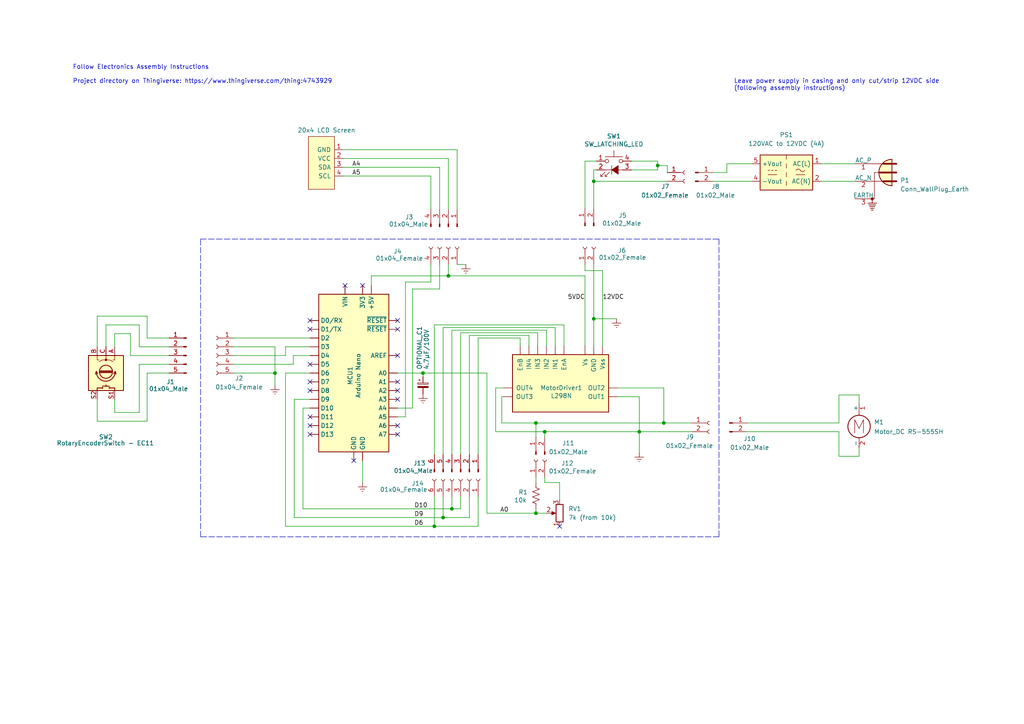
<source format=kicad_sch>
(kicad_sch (version 20211123) (generator eeschema)

  (uuid 852dabbf-de45-4470-8176-59d37a754407)

  (paper "A4")

  (title_block
    (title "Control Schematic - V2")
    (date "2022-11-23")
    (rev "B")
    (company "Adam B Johnson")
  )

  (lib_symbols
    (symbol "Connector:Conn_01x02_Female" (pin_names (offset 1.016) hide) (in_bom yes) (on_board yes)
      (property "Reference" "J" (id 0) (at 0 2.54 0)
        (effects (font (size 1.27 1.27)))
      )
      (property "Value" "Conn_01x02_Female" (id 1) (at 0 -5.08 0)
        (effects (font (size 1.27 1.27)))
      )
      (property "Footprint" "" (id 2) (at 0 0 0)
        (effects (font (size 1.27 1.27)) hide)
      )
      (property "Datasheet" "~" (id 3) (at 0 0 0)
        (effects (font (size 1.27 1.27)) hide)
      )
      (property "ki_keywords" "connector" (id 4) (at 0 0 0)
        (effects (font (size 1.27 1.27)) hide)
      )
      (property "ki_description" "Generic connector, single row, 01x02, script generated (kicad-library-utils/schlib/autogen/connector/)" (id 5) (at 0 0 0)
        (effects (font (size 1.27 1.27)) hide)
      )
      (property "ki_fp_filters" "Connector*:*_1x??_*" (id 6) (at 0 0 0)
        (effects (font (size 1.27 1.27)) hide)
      )
      (symbol "Conn_01x02_Female_1_1"
        (arc (start 0 -2.032) (mid -0.508 -2.54) (end 0 -3.048)
          (stroke (width 0.1524) (type default) (color 0 0 0 0))
          (fill (type none))
        )
        (polyline
          (pts
            (xy -1.27 -2.54)
            (xy -0.508 -2.54)
          )
          (stroke (width 0.1524) (type default) (color 0 0 0 0))
          (fill (type none))
        )
        (polyline
          (pts
            (xy -1.27 0)
            (xy -0.508 0)
          )
          (stroke (width 0.1524) (type default) (color 0 0 0 0))
          (fill (type none))
        )
        (arc (start 0 0.508) (mid -0.508 0) (end 0 -0.508)
          (stroke (width 0.1524) (type default) (color 0 0 0 0))
          (fill (type none))
        )
        (pin passive line (at -5.08 0 0) (length 3.81)
          (name "Pin_1" (effects (font (size 1.27 1.27))))
          (number "1" (effects (font (size 1.27 1.27))))
        )
        (pin passive line (at -5.08 -2.54 0) (length 3.81)
          (name "Pin_2" (effects (font (size 1.27 1.27))))
          (number "2" (effects (font (size 1.27 1.27))))
        )
      )
    )
    (symbol "Connector:Conn_01x02_Male" (pin_names (offset 1.016) hide) (in_bom yes) (on_board yes)
      (property "Reference" "J" (id 0) (at 0 2.54 0)
        (effects (font (size 1.27 1.27)))
      )
      (property "Value" "Conn_01x02_Male" (id 1) (at 0 -5.08 0)
        (effects (font (size 1.27 1.27)))
      )
      (property "Footprint" "" (id 2) (at 0 0 0)
        (effects (font (size 1.27 1.27)) hide)
      )
      (property "Datasheet" "~" (id 3) (at 0 0 0)
        (effects (font (size 1.27 1.27)) hide)
      )
      (property "ki_keywords" "connector" (id 4) (at 0 0 0)
        (effects (font (size 1.27 1.27)) hide)
      )
      (property "ki_description" "Generic connector, single row, 01x02, script generated (kicad-library-utils/schlib/autogen/connector/)" (id 5) (at 0 0 0)
        (effects (font (size 1.27 1.27)) hide)
      )
      (property "ki_fp_filters" "Connector*:*_1x??_*" (id 6) (at 0 0 0)
        (effects (font (size 1.27 1.27)) hide)
      )
      (symbol "Conn_01x02_Male_1_1"
        (polyline
          (pts
            (xy 1.27 -2.54)
            (xy 0.8636 -2.54)
          )
          (stroke (width 0.1524) (type default) (color 0 0 0 0))
          (fill (type none))
        )
        (polyline
          (pts
            (xy 1.27 0)
            (xy 0.8636 0)
          )
          (stroke (width 0.1524) (type default) (color 0 0 0 0))
          (fill (type none))
        )
        (rectangle (start 0.8636 -2.413) (end 0 -2.667)
          (stroke (width 0.1524) (type default) (color 0 0 0 0))
          (fill (type outline))
        )
        (rectangle (start 0.8636 0.127) (end 0 -0.127)
          (stroke (width 0.1524) (type default) (color 0 0 0 0))
          (fill (type outline))
        )
        (pin passive line (at 5.08 0 180) (length 3.81)
          (name "Pin_1" (effects (font (size 1.27 1.27))))
          (number "1" (effects (font (size 1.27 1.27))))
        )
        (pin passive line (at 5.08 -2.54 180) (length 3.81)
          (name "Pin_2" (effects (font (size 1.27 1.27))))
          (number "2" (effects (font (size 1.27 1.27))))
        )
      )
    )
    (symbol "Connector:Conn_01x04_Female" (pin_names (offset 1.016) hide) (in_bom yes) (on_board yes)
      (property "Reference" "J" (id 0) (at 0 5.08 0)
        (effects (font (size 1.27 1.27)))
      )
      (property "Value" "Conn_01x04_Female" (id 1) (at 0 -7.62 0)
        (effects (font (size 1.27 1.27)))
      )
      (property "Footprint" "" (id 2) (at 0 0 0)
        (effects (font (size 1.27 1.27)) hide)
      )
      (property "Datasheet" "~" (id 3) (at 0 0 0)
        (effects (font (size 1.27 1.27)) hide)
      )
      (property "ki_keywords" "connector" (id 4) (at 0 0 0)
        (effects (font (size 1.27 1.27)) hide)
      )
      (property "ki_description" "Generic connector, single row, 01x04, script generated (kicad-library-utils/schlib/autogen/connector/)" (id 5) (at 0 0 0)
        (effects (font (size 1.27 1.27)) hide)
      )
      (property "ki_fp_filters" "Connector*:*_1x??_*" (id 6) (at 0 0 0)
        (effects (font (size 1.27 1.27)) hide)
      )
      (symbol "Conn_01x04_Female_1_1"
        (arc (start 0 -4.572) (mid -0.508 -5.08) (end 0 -5.588)
          (stroke (width 0.1524) (type default) (color 0 0 0 0))
          (fill (type none))
        )
        (arc (start 0 -2.032) (mid -0.508 -2.54) (end 0 -3.048)
          (stroke (width 0.1524) (type default) (color 0 0 0 0))
          (fill (type none))
        )
        (polyline
          (pts
            (xy -1.27 -5.08)
            (xy -0.508 -5.08)
          )
          (stroke (width 0.1524) (type default) (color 0 0 0 0))
          (fill (type none))
        )
        (polyline
          (pts
            (xy -1.27 -2.54)
            (xy -0.508 -2.54)
          )
          (stroke (width 0.1524) (type default) (color 0 0 0 0))
          (fill (type none))
        )
        (polyline
          (pts
            (xy -1.27 0)
            (xy -0.508 0)
          )
          (stroke (width 0.1524) (type default) (color 0 0 0 0))
          (fill (type none))
        )
        (polyline
          (pts
            (xy -1.27 2.54)
            (xy -0.508 2.54)
          )
          (stroke (width 0.1524) (type default) (color 0 0 0 0))
          (fill (type none))
        )
        (arc (start 0 0.508) (mid -0.508 0) (end 0 -0.508)
          (stroke (width 0.1524) (type default) (color 0 0 0 0))
          (fill (type none))
        )
        (arc (start 0 3.048) (mid -0.508 2.54) (end 0 2.032)
          (stroke (width 0.1524) (type default) (color 0 0 0 0))
          (fill (type none))
        )
        (pin passive line (at -5.08 2.54 0) (length 3.81)
          (name "Pin_1" (effects (font (size 1.27 1.27))))
          (number "1" (effects (font (size 1.27 1.27))))
        )
        (pin passive line (at -5.08 0 0) (length 3.81)
          (name "Pin_2" (effects (font (size 1.27 1.27))))
          (number "2" (effects (font (size 1.27 1.27))))
        )
        (pin passive line (at -5.08 -2.54 0) (length 3.81)
          (name "Pin_3" (effects (font (size 1.27 1.27))))
          (number "3" (effects (font (size 1.27 1.27))))
        )
        (pin passive line (at -5.08 -5.08 0) (length 3.81)
          (name "Pin_4" (effects (font (size 1.27 1.27))))
          (number "4" (effects (font (size 1.27 1.27))))
        )
      )
    )
    (symbol "Connector:Conn_01x04_Male" (pin_names (offset 1.016) hide) (in_bom yes) (on_board yes)
      (property "Reference" "J" (id 0) (at 0 5.08 0)
        (effects (font (size 1.27 1.27)))
      )
      (property "Value" "Conn_01x04_Male" (id 1) (at 0 -7.62 0)
        (effects (font (size 1.27 1.27)))
      )
      (property "Footprint" "" (id 2) (at 0 0 0)
        (effects (font (size 1.27 1.27)) hide)
      )
      (property "Datasheet" "~" (id 3) (at 0 0 0)
        (effects (font (size 1.27 1.27)) hide)
      )
      (property "ki_keywords" "connector" (id 4) (at 0 0 0)
        (effects (font (size 1.27 1.27)) hide)
      )
      (property "ki_description" "Generic connector, single row, 01x04, script generated (kicad-library-utils/schlib/autogen/connector/)" (id 5) (at 0 0 0)
        (effects (font (size 1.27 1.27)) hide)
      )
      (property "ki_fp_filters" "Connector*:*_1x??_*" (id 6) (at 0 0 0)
        (effects (font (size 1.27 1.27)) hide)
      )
      (symbol "Conn_01x04_Male_1_1"
        (polyline
          (pts
            (xy 1.27 -5.08)
            (xy 0.8636 -5.08)
          )
          (stroke (width 0.1524) (type default) (color 0 0 0 0))
          (fill (type none))
        )
        (polyline
          (pts
            (xy 1.27 -2.54)
            (xy 0.8636 -2.54)
          )
          (stroke (width 0.1524) (type default) (color 0 0 0 0))
          (fill (type none))
        )
        (polyline
          (pts
            (xy 1.27 0)
            (xy 0.8636 0)
          )
          (stroke (width 0.1524) (type default) (color 0 0 0 0))
          (fill (type none))
        )
        (polyline
          (pts
            (xy 1.27 2.54)
            (xy 0.8636 2.54)
          )
          (stroke (width 0.1524) (type default) (color 0 0 0 0))
          (fill (type none))
        )
        (rectangle (start 0.8636 -4.953) (end 0 -5.207)
          (stroke (width 0.1524) (type default) (color 0 0 0 0))
          (fill (type outline))
        )
        (rectangle (start 0.8636 -2.413) (end 0 -2.667)
          (stroke (width 0.1524) (type default) (color 0 0 0 0))
          (fill (type outline))
        )
        (rectangle (start 0.8636 0.127) (end 0 -0.127)
          (stroke (width 0.1524) (type default) (color 0 0 0 0))
          (fill (type outline))
        )
        (rectangle (start 0.8636 2.667) (end 0 2.413)
          (stroke (width 0.1524) (type default) (color 0 0 0 0))
          (fill (type outline))
        )
        (pin passive line (at 5.08 2.54 180) (length 3.81)
          (name "Pin_1" (effects (font (size 1.27 1.27))))
          (number "1" (effects (font (size 1.27 1.27))))
        )
        (pin passive line (at 5.08 0 180) (length 3.81)
          (name "Pin_2" (effects (font (size 1.27 1.27))))
          (number "2" (effects (font (size 1.27 1.27))))
        )
        (pin passive line (at 5.08 -2.54 180) (length 3.81)
          (name "Pin_3" (effects (font (size 1.27 1.27))))
          (number "3" (effects (font (size 1.27 1.27))))
        )
        (pin passive line (at 5.08 -5.08 180) (length 3.81)
          (name "Pin_4" (effects (font (size 1.27 1.27))))
          (number "4" (effects (font (size 1.27 1.27))))
        )
      )
    )
    (symbol "Connector:Conn_01x05_Female" (pin_names (offset 1.016) hide) (in_bom yes) (on_board yes)
      (property "Reference" "J" (id 0) (at 0 7.62 0)
        (effects (font (size 1.27 1.27)))
      )
      (property "Value" "Conn_01x05_Female" (id 1) (at 0 -7.62 0)
        (effects (font (size 1.27 1.27)))
      )
      (property "Footprint" "" (id 2) (at 0 0 0)
        (effects (font (size 1.27 1.27)) hide)
      )
      (property "Datasheet" "~" (id 3) (at 0 0 0)
        (effects (font (size 1.27 1.27)) hide)
      )
      (property "ki_keywords" "connector" (id 4) (at 0 0 0)
        (effects (font (size 1.27 1.27)) hide)
      )
      (property "ki_description" "Generic connector, single row, 01x05, script generated (kicad-library-utils/schlib/autogen/connector/)" (id 5) (at 0 0 0)
        (effects (font (size 1.27 1.27)) hide)
      )
      (property "ki_fp_filters" "Connector*:*_1x??_*" (id 6) (at 0 0 0)
        (effects (font (size 1.27 1.27)) hide)
      )
      (symbol "Conn_01x05_Female_1_1"
        (arc (start 0 -4.572) (mid -0.508 -5.08) (end 0 -5.588)
          (stroke (width 0.1524) (type default) (color 0 0 0 0))
          (fill (type none))
        )
        (arc (start 0 -2.032) (mid -0.508 -2.54) (end 0 -3.048)
          (stroke (width 0.1524) (type default) (color 0 0 0 0))
          (fill (type none))
        )
        (polyline
          (pts
            (xy -1.27 -5.08)
            (xy -0.508 -5.08)
          )
          (stroke (width 0.1524) (type default) (color 0 0 0 0))
          (fill (type none))
        )
        (polyline
          (pts
            (xy -1.27 -2.54)
            (xy -0.508 -2.54)
          )
          (stroke (width 0.1524) (type default) (color 0 0 0 0))
          (fill (type none))
        )
        (polyline
          (pts
            (xy -1.27 0)
            (xy -0.508 0)
          )
          (stroke (width 0.1524) (type default) (color 0 0 0 0))
          (fill (type none))
        )
        (polyline
          (pts
            (xy -1.27 2.54)
            (xy -0.508 2.54)
          )
          (stroke (width 0.1524) (type default) (color 0 0 0 0))
          (fill (type none))
        )
        (polyline
          (pts
            (xy -1.27 5.08)
            (xy -0.508 5.08)
          )
          (stroke (width 0.1524) (type default) (color 0 0 0 0))
          (fill (type none))
        )
        (arc (start 0 0.508) (mid -0.508 0) (end 0 -0.508)
          (stroke (width 0.1524) (type default) (color 0 0 0 0))
          (fill (type none))
        )
        (arc (start 0 3.048) (mid -0.508 2.54) (end 0 2.032)
          (stroke (width 0.1524) (type default) (color 0 0 0 0))
          (fill (type none))
        )
        (arc (start 0 5.588) (mid -0.508 5.08) (end 0 4.572)
          (stroke (width 0.1524) (type default) (color 0 0 0 0))
          (fill (type none))
        )
        (pin passive line (at -5.08 5.08 0) (length 3.81)
          (name "Pin_1" (effects (font (size 1.27 1.27))))
          (number "1" (effects (font (size 1.27 1.27))))
        )
        (pin passive line (at -5.08 2.54 0) (length 3.81)
          (name "Pin_2" (effects (font (size 1.27 1.27))))
          (number "2" (effects (font (size 1.27 1.27))))
        )
        (pin passive line (at -5.08 0 0) (length 3.81)
          (name "Pin_3" (effects (font (size 1.27 1.27))))
          (number "3" (effects (font (size 1.27 1.27))))
        )
        (pin passive line (at -5.08 -2.54 0) (length 3.81)
          (name "Pin_4" (effects (font (size 1.27 1.27))))
          (number "4" (effects (font (size 1.27 1.27))))
        )
        (pin passive line (at -5.08 -5.08 0) (length 3.81)
          (name "Pin_5" (effects (font (size 1.27 1.27))))
          (number "5" (effects (font (size 1.27 1.27))))
        )
      )
    )
    (symbol "Connector:Conn_01x05_Male" (pin_names (offset 1.016) hide) (in_bom yes) (on_board yes)
      (property "Reference" "J" (id 0) (at 0 7.62 0)
        (effects (font (size 1.27 1.27)))
      )
      (property "Value" "Conn_01x05_Male" (id 1) (at 0 -7.62 0)
        (effects (font (size 1.27 1.27)))
      )
      (property "Footprint" "" (id 2) (at 0 0 0)
        (effects (font (size 1.27 1.27)) hide)
      )
      (property "Datasheet" "~" (id 3) (at 0 0 0)
        (effects (font (size 1.27 1.27)) hide)
      )
      (property "ki_keywords" "connector" (id 4) (at 0 0 0)
        (effects (font (size 1.27 1.27)) hide)
      )
      (property "ki_description" "Generic connector, single row, 01x05, script generated (kicad-library-utils/schlib/autogen/connector/)" (id 5) (at 0 0 0)
        (effects (font (size 1.27 1.27)) hide)
      )
      (property "ki_fp_filters" "Connector*:*_1x??_*" (id 6) (at 0 0 0)
        (effects (font (size 1.27 1.27)) hide)
      )
      (symbol "Conn_01x05_Male_1_1"
        (polyline
          (pts
            (xy 1.27 -5.08)
            (xy 0.8636 -5.08)
          )
          (stroke (width 0.1524) (type default) (color 0 0 0 0))
          (fill (type none))
        )
        (polyline
          (pts
            (xy 1.27 -2.54)
            (xy 0.8636 -2.54)
          )
          (stroke (width 0.1524) (type default) (color 0 0 0 0))
          (fill (type none))
        )
        (polyline
          (pts
            (xy 1.27 0)
            (xy 0.8636 0)
          )
          (stroke (width 0.1524) (type default) (color 0 0 0 0))
          (fill (type none))
        )
        (polyline
          (pts
            (xy 1.27 2.54)
            (xy 0.8636 2.54)
          )
          (stroke (width 0.1524) (type default) (color 0 0 0 0))
          (fill (type none))
        )
        (polyline
          (pts
            (xy 1.27 5.08)
            (xy 0.8636 5.08)
          )
          (stroke (width 0.1524) (type default) (color 0 0 0 0))
          (fill (type none))
        )
        (rectangle (start 0.8636 -4.953) (end 0 -5.207)
          (stroke (width 0.1524) (type default) (color 0 0 0 0))
          (fill (type outline))
        )
        (rectangle (start 0.8636 -2.413) (end 0 -2.667)
          (stroke (width 0.1524) (type default) (color 0 0 0 0))
          (fill (type outline))
        )
        (rectangle (start 0.8636 0.127) (end 0 -0.127)
          (stroke (width 0.1524) (type default) (color 0 0 0 0))
          (fill (type outline))
        )
        (rectangle (start 0.8636 2.667) (end 0 2.413)
          (stroke (width 0.1524) (type default) (color 0 0 0 0))
          (fill (type outline))
        )
        (rectangle (start 0.8636 5.207) (end 0 4.953)
          (stroke (width 0.1524) (type default) (color 0 0 0 0))
          (fill (type outline))
        )
        (pin passive line (at 5.08 5.08 180) (length 3.81)
          (name "Pin_1" (effects (font (size 1.27 1.27))))
          (number "1" (effects (font (size 1.27 1.27))))
        )
        (pin passive line (at 5.08 2.54 180) (length 3.81)
          (name "Pin_2" (effects (font (size 1.27 1.27))))
          (number "2" (effects (font (size 1.27 1.27))))
        )
        (pin passive line (at 5.08 0 180) (length 3.81)
          (name "Pin_3" (effects (font (size 1.27 1.27))))
          (number "3" (effects (font (size 1.27 1.27))))
        )
        (pin passive line (at 5.08 -2.54 180) (length 3.81)
          (name "Pin_4" (effects (font (size 1.27 1.27))))
          (number "4" (effects (font (size 1.27 1.27))))
        )
        (pin passive line (at 5.08 -5.08 180) (length 3.81)
          (name "Pin_5" (effects (font (size 1.27 1.27))))
          (number "5" (effects (font (size 1.27 1.27))))
        )
      )
    )
    (symbol "Connector:Conn_01x06_Female" (pin_names (offset 1.016) hide) (in_bom yes) (on_board yes)
      (property "Reference" "J" (id 0) (at 0 7.62 0)
        (effects (font (size 1.27 1.27)))
      )
      (property "Value" "Conn_01x06_Female" (id 1) (at 0 -10.16 0)
        (effects (font (size 1.27 1.27)))
      )
      (property "Footprint" "" (id 2) (at 0 0 0)
        (effects (font (size 1.27 1.27)) hide)
      )
      (property "Datasheet" "~" (id 3) (at 0 0 0)
        (effects (font (size 1.27 1.27)) hide)
      )
      (property "ki_keywords" "connector" (id 4) (at 0 0 0)
        (effects (font (size 1.27 1.27)) hide)
      )
      (property "ki_description" "Generic connector, single row, 01x06, script generated (kicad-library-utils/schlib/autogen/connector/)" (id 5) (at 0 0 0)
        (effects (font (size 1.27 1.27)) hide)
      )
      (property "ki_fp_filters" "Connector*:*_1x??_*" (id 6) (at 0 0 0)
        (effects (font (size 1.27 1.27)) hide)
      )
      (symbol "Conn_01x06_Female_1_1"
        (arc (start 0 -7.112) (mid -0.508 -7.62) (end 0 -8.128)
          (stroke (width 0.1524) (type default) (color 0 0 0 0))
          (fill (type none))
        )
        (arc (start 0 -4.572) (mid -0.508 -5.08) (end 0 -5.588)
          (stroke (width 0.1524) (type default) (color 0 0 0 0))
          (fill (type none))
        )
        (arc (start 0 -2.032) (mid -0.508 -2.54) (end 0 -3.048)
          (stroke (width 0.1524) (type default) (color 0 0 0 0))
          (fill (type none))
        )
        (polyline
          (pts
            (xy -1.27 -7.62)
            (xy -0.508 -7.62)
          )
          (stroke (width 0.1524) (type default) (color 0 0 0 0))
          (fill (type none))
        )
        (polyline
          (pts
            (xy -1.27 -5.08)
            (xy -0.508 -5.08)
          )
          (stroke (width 0.1524) (type default) (color 0 0 0 0))
          (fill (type none))
        )
        (polyline
          (pts
            (xy -1.27 -2.54)
            (xy -0.508 -2.54)
          )
          (stroke (width 0.1524) (type default) (color 0 0 0 0))
          (fill (type none))
        )
        (polyline
          (pts
            (xy -1.27 0)
            (xy -0.508 0)
          )
          (stroke (width 0.1524) (type default) (color 0 0 0 0))
          (fill (type none))
        )
        (polyline
          (pts
            (xy -1.27 2.54)
            (xy -0.508 2.54)
          )
          (stroke (width 0.1524) (type default) (color 0 0 0 0))
          (fill (type none))
        )
        (polyline
          (pts
            (xy -1.27 5.08)
            (xy -0.508 5.08)
          )
          (stroke (width 0.1524) (type default) (color 0 0 0 0))
          (fill (type none))
        )
        (arc (start 0 0.508) (mid -0.508 0) (end 0 -0.508)
          (stroke (width 0.1524) (type default) (color 0 0 0 0))
          (fill (type none))
        )
        (arc (start 0 3.048) (mid -0.508 2.54) (end 0 2.032)
          (stroke (width 0.1524) (type default) (color 0 0 0 0))
          (fill (type none))
        )
        (arc (start 0 5.588) (mid -0.508 5.08) (end 0 4.572)
          (stroke (width 0.1524) (type default) (color 0 0 0 0))
          (fill (type none))
        )
        (pin passive line (at -5.08 5.08 0) (length 3.81)
          (name "Pin_1" (effects (font (size 1.27 1.27))))
          (number "1" (effects (font (size 1.27 1.27))))
        )
        (pin passive line (at -5.08 2.54 0) (length 3.81)
          (name "Pin_2" (effects (font (size 1.27 1.27))))
          (number "2" (effects (font (size 1.27 1.27))))
        )
        (pin passive line (at -5.08 0 0) (length 3.81)
          (name "Pin_3" (effects (font (size 1.27 1.27))))
          (number "3" (effects (font (size 1.27 1.27))))
        )
        (pin passive line (at -5.08 -2.54 0) (length 3.81)
          (name "Pin_4" (effects (font (size 1.27 1.27))))
          (number "4" (effects (font (size 1.27 1.27))))
        )
        (pin passive line (at -5.08 -5.08 0) (length 3.81)
          (name "Pin_5" (effects (font (size 1.27 1.27))))
          (number "5" (effects (font (size 1.27 1.27))))
        )
        (pin passive line (at -5.08 -7.62 0) (length 3.81)
          (name "Pin_6" (effects (font (size 1.27 1.27))))
          (number "6" (effects (font (size 1.27 1.27))))
        )
      )
    )
    (symbol "Connector:Conn_01x06_Male" (pin_names (offset 1.016) hide) (in_bom yes) (on_board yes)
      (property "Reference" "J" (id 0) (at 0 7.62 0)
        (effects (font (size 1.27 1.27)))
      )
      (property "Value" "Conn_01x06_Male" (id 1) (at 0 -10.16 0)
        (effects (font (size 1.27 1.27)))
      )
      (property "Footprint" "" (id 2) (at 0 0 0)
        (effects (font (size 1.27 1.27)) hide)
      )
      (property "Datasheet" "~" (id 3) (at 0 0 0)
        (effects (font (size 1.27 1.27)) hide)
      )
      (property "ki_keywords" "connector" (id 4) (at 0 0 0)
        (effects (font (size 1.27 1.27)) hide)
      )
      (property "ki_description" "Generic connector, single row, 01x06, script generated (kicad-library-utils/schlib/autogen/connector/)" (id 5) (at 0 0 0)
        (effects (font (size 1.27 1.27)) hide)
      )
      (property "ki_fp_filters" "Connector*:*_1x??_*" (id 6) (at 0 0 0)
        (effects (font (size 1.27 1.27)) hide)
      )
      (symbol "Conn_01x06_Male_1_1"
        (polyline
          (pts
            (xy 1.27 -7.62)
            (xy 0.8636 -7.62)
          )
          (stroke (width 0.1524) (type default) (color 0 0 0 0))
          (fill (type none))
        )
        (polyline
          (pts
            (xy 1.27 -5.08)
            (xy 0.8636 -5.08)
          )
          (stroke (width 0.1524) (type default) (color 0 0 0 0))
          (fill (type none))
        )
        (polyline
          (pts
            (xy 1.27 -2.54)
            (xy 0.8636 -2.54)
          )
          (stroke (width 0.1524) (type default) (color 0 0 0 0))
          (fill (type none))
        )
        (polyline
          (pts
            (xy 1.27 0)
            (xy 0.8636 0)
          )
          (stroke (width 0.1524) (type default) (color 0 0 0 0))
          (fill (type none))
        )
        (polyline
          (pts
            (xy 1.27 2.54)
            (xy 0.8636 2.54)
          )
          (stroke (width 0.1524) (type default) (color 0 0 0 0))
          (fill (type none))
        )
        (polyline
          (pts
            (xy 1.27 5.08)
            (xy 0.8636 5.08)
          )
          (stroke (width 0.1524) (type default) (color 0 0 0 0))
          (fill (type none))
        )
        (rectangle (start 0.8636 -7.493) (end 0 -7.747)
          (stroke (width 0.1524) (type default) (color 0 0 0 0))
          (fill (type outline))
        )
        (rectangle (start 0.8636 -4.953) (end 0 -5.207)
          (stroke (width 0.1524) (type default) (color 0 0 0 0))
          (fill (type outline))
        )
        (rectangle (start 0.8636 -2.413) (end 0 -2.667)
          (stroke (width 0.1524) (type default) (color 0 0 0 0))
          (fill (type outline))
        )
        (rectangle (start 0.8636 0.127) (end 0 -0.127)
          (stroke (width 0.1524) (type default) (color 0 0 0 0))
          (fill (type outline))
        )
        (rectangle (start 0.8636 2.667) (end 0 2.413)
          (stroke (width 0.1524) (type default) (color 0 0 0 0))
          (fill (type outline))
        )
        (rectangle (start 0.8636 5.207) (end 0 4.953)
          (stroke (width 0.1524) (type default) (color 0 0 0 0))
          (fill (type outline))
        )
        (pin passive line (at 5.08 5.08 180) (length 3.81)
          (name "Pin_1" (effects (font (size 1.27 1.27))))
          (number "1" (effects (font (size 1.27 1.27))))
        )
        (pin passive line (at 5.08 2.54 180) (length 3.81)
          (name "Pin_2" (effects (font (size 1.27 1.27))))
          (number "2" (effects (font (size 1.27 1.27))))
        )
        (pin passive line (at 5.08 0 180) (length 3.81)
          (name "Pin_3" (effects (font (size 1.27 1.27))))
          (number "3" (effects (font (size 1.27 1.27))))
        )
        (pin passive line (at 5.08 -2.54 180) (length 3.81)
          (name "Pin_4" (effects (font (size 1.27 1.27))))
          (number "4" (effects (font (size 1.27 1.27))))
        )
        (pin passive line (at 5.08 -5.08 180) (length 3.81)
          (name "Pin_5" (effects (font (size 1.27 1.27))))
          (number "5" (effects (font (size 1.27 1.27))))
        )
        (pin passive line (at 5.08 -7.62 180) (length 3.81)
          (name "Pin_6" (effects (font (size 1.27 1.27))))
          (number "6" (effects (font (size 1.27 1.27))))
        )
      )
    )
    (symbol "Connector:Conn_WallPlug_Earth" (pin_names (offset 0)) (in_bom yes) (on_board yes)
      (property "Reference" "P" (id 0) (at 0 3.81 0)
        (effects (font (size 1.27 1.27)) (justify bottom))
      )
      (property "Value" "Conn_WallPlug_Earth" (id 1) (at -5.08 0 90)
        (effects (font (size 1.27 1.27)) (justify bottom))
      )
      (property "Footprint" "" (id 2) (at 10.16 0 0)
        (effects (font (size 1.27 1.27)) hide)
      )
      (property "Datasheet" "~" (id 3) (at 10.16 0 0)
        (effects (font (size 1.27 1.27)) hide)
      )
      (property "ki_keywords" "wall plug 110VAC 220VAC" (id 4) (at 0 0 0)
        (effects (font (size 1.27 1.27)) hide)
      )
      (property "ki_description" "3-pin general wall plug, with Earth wire (110VAC, 220VAC)" (id 5) (at 0 0 0)
        (effects (font (size 1.27 1.27)) hide)
      )
      (symbol "Conn_WallPlug_Earth_0_1"
        (arc (start -3.175 -3.81) (mid 0.635 0) (end -3.175 3.81)
          (stroke (width 0.254) (type default) (color 0 0 0 0))
          (fill (type background))
        )
        (polyline
          (pts
            (xy -4.445 -2.54)
            (xy -0.635 -2.54)
          )
          (stroke (width 0.508) (type default) (color 0 0 0 0))
          (fill (type none))
        )
        (polyline
          (pts
            (xy -4.445 0)
            (xy 0.508 0)
          )
          (stroke (width 0.508) (type default) (color 0 0 0 0))
          (fill (type none))
        )
        (polyline
          (pts
            (xy -4.445 2.54)
            (xy -0.635 2.54)
          )
          (stroke (width 0.508) (type default) (color 0 0 0 0))
          (fill (type none))
        )
        (polyline
          (pts
            (xy -3.175 -3.81)
            (xy -3.175 3.81)
          )
          (stroke (width 0.254) (type default) (color 0 0 0 0))
          (fill (type none))
        )
        (polyline
          (pts
            (xy -0.635 -2.54)
            (xy 2.54 -2.54)
          )
          (stroke (width 0) (type default) (color 0 0 0 0))
          (fill (type none))
        )
        (polyline
          (pts
            (xy -0.635 2.54)
            (xy 2.54 2.54)
          )
          (stroke (width 0) (type default) (color 0 0 0 0))
          (fill (type none))
        )
        (polyline
          (pts
            (xy 1.524 -9.398)
            (xy 3.556 -9.398)
          )
          (stroke (width 0.2032) (type default) (color 0 0 0 0))
          (fill (type none))
        )
        (polyline
          (pts
            (xy 1.778 -9.906)
            (xy 3.302 -9.906)
          )
          (stroke (width 0.2032) (type default) (color 0 0 0 0))
          (fill (type none))
        )
        (polyline
          (pts
            (xy 2.032 -10.414)
            (xy 3.048 -10.414)
          )
          (stroke (width 0.2032) (type default) (color 0 0 0 0))
          (fill (type none))
        )
        (polyline
          (pts
            (xy 2.286 -10.922)
            (xy 2.794 -10.922)
          )
          (stroke (width 0.2032) (type default) (color 0 0 0 0))
          (fill (type none))
        )
        (polyline
          (pts
            (xy 2.54 -7.62)
            (xy 2.54 -8.89)
          )
          (stroke (width 0.2032) (type default) (color 0 0 0 0))
          (fill (type none))
        )
        (polyline
          (pts
            (xy 3.81 -8.89)
            (xy 1.27 -8.89)
          )
          (stroke (width 0.2032) (type default) (color 0 0 0 0))
          (fill (type none))
        )
        (polyline
          (pts
            (xy 2.54 -7.62)
            (xy 1.905 -7.62)
            (xy 1.905 0)
            (xy -4.445 0)
          )
          (stroke (width 0) (type default) (color 0 0 0 0))
          (fill (type none))
        )
        (circle (center 2.54 -7.62) (radius 0.3556)
          (stroke (width 0) (type default) (color 0 0 0 0))
          (fill (type outline))
        )
      )
      (symbol "Conn_WallPlug_Earth_1_1"
        (pin power_out line (at 7.62 2.54 180) (length 5.08)
          (name "AC_P" (effects (font (size 1.27 1.27))))
          (number "1" (effects (font (size 1.27 1.27))))
        )
        (pin power_out line (at 7.62 -2.54 180) (length 5.08)
          (name "AC_N" (effects (font (size 1.27 1.27))))
          (number "2" (effects (font (size 1.27 1.27))))
        )
        (pin passive line (at 7.62 -7.62 180) (length 5.08)
          (name "EARTH" (effects (font (size 1.27 1.27))))
          (number "3" (effects (font (size 1.27 1.27))))
        )
      )
    )
    (symbol "Control-Schematic-rescue:LCD_SCREEN-LCD_SCREEN" (pin_names (offset 1.016)) (in_bom yes) (on_board yes)
      (property "Reference" "U" (id 0) (at -1.27 -11.43 0)
        (effects (font (size 1.27 1.27)) hide)
      )
      (property "Value" "LCD_SCREEN-LCD_SCREEN" (id 1) (at 0 -8.89 0)
        (effects (font (size 1.27 1.27)))
      )
      (property "Footprint" "" (id 2) (at -1.27 -11.43 0)
        (effects (font (size 1.27 1.27)) hide)
      )
      (property "Datasheet" "" (id 3) (at -1.27 -11.43 0)
        (effects (font (size 1.27 1.27)) hide)
      )
      (symbol "LCD_SCREEN-LCD_SCREEN_0_1"
        (rectangle (start -7.62 -7.62) (end 7.62 0)
          (stroke (width 0) (type default) (color 0 0 0 0))
          (fill (type background))
        )
      )
      (symbol "LCD_SCREEN-LCD_SCREEN_1_1"
        (pin input line (at -3.81 2.54 270) (length 2.54)
          (name "GND" (effects (font (size 1.27 1.27))))
          (number "1" (effects (font (size 1.27 1.27))))
        )
        (pin input line (at -1.27 2.54 270) (length 2.54)
          (name "VCC" (effects (font (size 1.27 1.27))))
          (number "2" (effects (font (size 1.27 1.27))))
        )
        (pin input line (at 1.27 2.54 270) (length 2.54)
          (name "SDA" (effects (font (size 1.27 1.27))))
          (number "3" (effects (font (size 1.27 1.27))))
        )
        (pin input line (at 3.81 2.54 270) (length 2.54)
          (name "SCL" (effects (font (size 1.27 1.27))))
          (number "4" (effects (font (size 1.27 1.27))))
        )
      )
    )
    (symbol "Control-Schematic-rescue:Rotary_Encoder_Switch-Device" (pin_names (offset 0.254) hide) (in_bom yes) (on_board yes)
      (property "Reference" "SW" (id 0) (at 0 6.604 0)
        (effects (font (size 1.27 1.27)))
      )
      (property "Value" "Rotary_Encoder_Switch-Device" (id 1) (at 0 -6.604 0)
        (effects (font (size 1.27 1.27)))
      )
      (property "Footprint" "" (id 2) (at -3.81 4.064 0)
        (effects (font (size 1.27 1.27)) hide)
      )
      (property "Datasheet" "" (id 3) (at 0 6.604 0)
        (effects (font (size 1.27 1.27)) hide)
      )
      (property "ki_fp_filters" "RotaryEncoder*Switch*" (id 4) (at 0 0 0)
        (effects (font (size 1.27 1.27)) hide)
      )
      (symbol "Rotary_Encoder_Switch-Device_0_1"
        (rectangle (start -5.08 5.08) (end 5.08 -5.08)
          (stroke (width 0.254) (type default) (color 0 0 0 0))
          (fill (type background))
        )
        (circle (center -3.81 0) (radius 0.254)
          (stroke (width 0) (type default) (color 0 0 0 0))
          (fill (type outline))
        )
        (arc (start -0.381 -2.794) (mid 2.3622 -0.0508) (end -0.381 2.667)
          (stroke (width 0.254) (type default) (color 0 0 0 0))
          (fill (type none))
        )
        (circle (center -0.381 0) (radius 1.905)
          (stroke (width 0.254) (type default) (color 0 0 0 0))
          (fill (type none))
        )
        (polyline
          (pts
            (xy -0.635 -1.778)
            (xy -0.635 1.778)
          )
          (stroke (width 0.254) (type default) (color 0 0 0 0))
          (fill (type none))
        )
        (polyline
          (pts
            (xy -0.381 -1.778)
            (xy -0.381 1.778)
          )
          (stroke (width 0.254) (type default) (color 0 0 0 0))
          (fill (type none))
        )
        (polyline
          (pts
            (xy -0.127 1.778)
            (xy -0.127 -1.778)
          )
          (stroke (width 0.254) (type default) (color 0 0 0 0))
          (fill (type none))
        )
        (polyline
          (pts
            (xy 3.81 0)
            (xy 3.429 0)
          )
          (stroke (width 0.254) (type default) (color 0 0 0 0))
          (fill (type none))
        )
        (polyline
          (pts
            (xy 3.81 1.016)
            (xy 3.81 -1.016)
          )
          (stroke (width 0.254) (type default) (color 0 0 0 0))
          (fill (type none))
        )
        (polyline
          (pts
            (xy -5.08 -2.54)
            (xy -3.81 -2.54)
            (xy -3.81 -2.032)
          )
          (stroke (width 0) (type default) (color 0 0 0 0))
          (fill (type none))
        )
        (polyline
          (pts
            (xy -5.08 2.54)
            (xy -3.81 2.54)
            (xy -3.81 2.032)
          )
          (stroke (width 0) (type default) (color 0 0 0 0))
          (fill (type none))
        )
        (polyline
          (pts
            (xy 0.254 -3.048)
            (xy -0.508 -2.794)
            (xy 0.127 -2.413)
          )
          (stroke (width 0.254) (type default) (color 0 0 0 0))
          (fill (type none))
        )
        (polyline
          (pts
            (xy 0.254 2.921)
            (xy -0.508 2.667)
            (xy 0.127 2.286)
          )
          (stroke (width 0.254) (type default) (color 0 0 0 0))
          (fill (type none))
        )
        (polyline
          (pts
            (xy 5.08 -2.54)
            (xy 4.318 -2.54)
            (xy 4.318 -1.016)
          )
          (stroke (width 0.254) (type default) (color 0 0 0 0))
          (fill (type none))
        )
        (polyline
          (pts
            (xy 5.08 2.54)
            (xy 4.318 2.54)
            (xy 4.318 1.016)
          )
          (stroke (width 0.254) (type default) (color 0 0 0 0))
          (fill (type none))
        )
        (polyline
          (pts
            (xy -5.08 0)
            (xy -3.81 0)
            (xy -3.81 -1.016)
            (xy -3.302 -2.032)
          )
          (stroke (width 0) (type default) (color 0 0 0 0))
          (fill (type none))
        )
        (polyline
          (pts
            (xy -4.318 0)
            (xy -3.81 0)
            (xy -3.81 1.016)
            (xy -3.302 2.032)
          )
          (stroke (width 0) (type default) (color 0 0 0 0))
          (fill (type none))
        )
        (circle (center 4.318 -1.016) (radius 0.127)
          (stroke (width 0.254) (type default) (color 0 0 0 0))
          (fill (type none))
        )
        (circle (center 4.318 1.016) (radius 0.127)
          (stroke (width 0.254) (type default) (color 0 0 0 0))
          (fill (type none))
        )
      )
      (symbol "Rotary_Encoder_Switch-Device_1_1"
        (pin passive line (at -7.62 2.54 0) (length 2.54)
          (name "A" (effects (font (size 1.27 1.27))))
          (number "A" (effects (font (size 1.27 1.27))))
        )
        (pin passive line (at -7.62 -2.54 0) (length 2.54)
          (name "B" (effects (font (size 1.27 1.27))))
          (number "B" (effects (font (size 1.27 1.27))))
        )
        (pin passive line (at -7.62 0 0) (length 2.54)
          (name "C" (effects (font (size 1.27 1.27))))
          (number "C" (effects (font (size 1.27 1.27))))
        )
        (pin passive line (at 7.62 2.54 180) (length 2.54)
          (name "S1" (effects (font (size 1.27 1.27))))
          (number "S1" (effects (font (size 1.27 1.27))))
        )
        (pin passive line (at 7.62 -2.54 180) (length 2.54)
          (name "S2" (effects (font (size 1.27 1.27))))
          (number "S2" (effects (font (size 1.27 1.27))))
        )
      )
    )
    (symbol "Converter_ACDC:RAC04-3.3SGA" (in_bom yes) (on_board yes)
      (property "Reference" "PS" (id 0) (at 0 6.35 0)
        (effects (font (size 1.27 1.27)))
      )
      (property "Value" "RAC04-3.3SGA" (id 1) (at 0 -6.35 0)
        (effects (font (size 1.27 1.27)))
      )
      (property "Footprint" "Converter_ACDC:Converter_ACDC_RECOM_RAC04-xxSGx_THT" (id 2) (at 0 -8.89 0)
        (effects (font (size 1.27 1.27)) hide)
      )
      (property "Datasheet" "https://www.recom-power.com/pdf/Powerline-AC-DC/RAC04-GA.pdf" (id 3) (at -2.54 7.62 0)
        (effects (font (size 1.27 1.27)) hide)
      )
      (property "ki_keywords" "ac dc power supply" (id 4) (at 0 0 0)
        (effects (font (size 1.27 1.27)) hide)
      )
      (property "ki_description" "4 Watt Single Output EMC Class A - 3.3V 1210mA" (id 5) (at 0 0 0)
        (effects (font (size 1.27 1.27)) hide)
      )
      (property "ki_fp_filters" "Converter*ACDC*RECOM*RAC04*SG*" (id 6) (at 0 0 0)
        (effects (font (size 1.27 1.27)) hide)
      )
      (symbol "RAC04-3.3SGA_1_1"
        (rectangle (start -7.62 5.08) (end 7.62 -5.08)
          (stroke (width 0.254) (type default) (color 0 0 0 0))
          (fill (type background))
        )
        (arc (start -5.334 0.635) (mid -4.699 0.2495) (end -4.064 0.635)
          (stroke (width 0) (type default) (color 0 0 0 0))
          (fill (type none))
        )
        (arc (start -2.794 0.635) (mid -3.429 1.0072) (end -4.064 0.635)
          (stroke (width 0) (type default) (color 0 0 0 0))
          (fill (type none))
        )
        (polyline
          (pts
            (xy -5.334 -0.635)
            (xy -2.794 -0.635)
          )
          (stroke (width 0) (type default) (color 0 0 0 0))
          (fill (type none))
        )
        (polyline
          (pts
            (xy 0 -2.54)
            (xy 0 -3.81)
          )
          (stroke (width 0) (type default) (color 0 0 0 0))
          (fill (type none))
        )
        (polyline
          (pts
            (xy 0 0)
            (xy 0 -1.27)
          )
          (stroke (width 0) (type default) (color 0 0 0 0))
          (fill (type none))
        )
        (polyline
          (pts
            (xy 0 2.54)
            (xy 0 1.27)
          )
          (stroke (width 0) (type default) (color 0 0 0 0))
          (fill (type none))
        )
        (polyline
          (pts
            (xy 0 5.08)
            (xy 0 3.81)
          )
          (stroke (width 0) (type default) (color 0 0 0 0))
          (fill (type none))
        )
        (polyline
          (pts
            (xy 2.794 -0.635)
            (xy 5.334 -0.635)
          )
          (stroke (width 0) (type default) (color 0 0 0 0))
          (fill (type none))
        )
        (polyline
          (pts
            (xy 2.794 0.635)
            (xy 3.302 0.635)
          )
          (stroke (width 0) (type default) (color 0 0 0 0))
          (fill (type none))
        )
        (polyline
          (pts
            (xy 3.81 0.635)
            (xy 4.318 0.635)
          )
          (stroke (width 0) (type default) (color 0 0 0 0))
          (fill (type none))
        )
        (polyline
          (pts
            (xy 4.826 0.635)
            (xy 5.334 0.635)
          )
          (stroke (width 0) (type default) (color 0 0 0 0))
          (fill (type none))
        )
        (pin power_in line (at -10.16 2.54 0) (length 2.54)
          (name "AC(L)" (effects (font (size 1.27 1.27))))
          (number "1" (effects (font (size 1.27 1.27))))
        )
        (pin power_in line (at -10.16 -2.54 0) (length 2.54)
          (name "AC(N)" (effects (font (size 1.27 1.27))))
          (number "2" (effects (font (size 1.27 1.27))))
        )
        (pin no_connect line (at 7.62 0 180) (length 2.54) hide
          (name "NC" (effects (font (size 1.27 1.27))))
          (number "3" (effects (font (size 1.27 1.27))))
        )
        (pin power_out line (at 10.16 -2.54 180) (length 2.54)
          (name "-Vout" (effects (font (size 1.27 1.27))))
          (number "4" (effects (font (size 1.27 1.27))))
        )
        (pin power_out line (at 10.16 2.54 180) (length 2.54)
          (name "+Vout" (effects (font (size 1.27 1.27))))
          (number "5" (effects (font (size 1.27 1.27))))
        )
      )
    )
    (symbol "Device:C_Polarized_Small" (pin_numbers hide) (pin_names (offset 0.254) hide) (in_bom yes) (on_board yes)
      (property "Reference" "C" (id 0) (at 0.254 1.778 0)
        (effects (font (size 1.27 1.27)) (justify left))
      )
      (property "Value" "C_Polarized_Small" (id 1) (at 0.254 -2.032 0)
        (effects (font (size 1.27 1.27)) (justify left))
      )
      (property "Footprint" "" (id 2) (at 0 0 0)
        (effects (font (size 1.27 1.27)) hide)
      )
      (property "Datasheet" "~" (id 3) (at 0 0 0)
        (effects (font (size 1.27 1.27)) hide)
      )
      (property "ki_keywords" "cap capacitor" (id 4) (at 0 0 0)
        (effects (font (size 1.27 1.27)) hide)
      )
      (property "ki_description" "Polarized capacitor, small symbol" (id 5) (at 0 0 0)
        (effects (font (size 1.27 1.27)) hide)
      )
      (property "ki_fp_filters" "CP_*" (id 6) (at 0 0 0)
        (effects (font (size 1.27 1.27)) hide)
      )
      (symbol "C_Polarized_Small_0_1"
        (rectangle (start -1.524 -0.3048) (end 1.524 -0.6858)
          (stroke (width 0) (type default) (color 0 0 0 0))
          (fill (type outline))
        )
        (rectangle (start -1.524 0.6858) (end 1.524 0.3048)
          (stroke (width 0) (type default) (color 0 0 0 0))
          (fill (type none))
        )
        (polyline
          (pts
            (xy -1.27 1.524)
            (xy -0.762 1.524)
          )
          (stroke (width 0) (type default) (color 0 0 0 0))
          (fill (type none))
        )
        (polyline
          (pts
            (xy -1.016 1.27)
            (xy -1.016 1.778)
          )
          (stroke (width 0) (type default) (color 0 0 0 0))
          (fill (type none))
        )
      )
      (symbol "C_Polarized_Small_1_1"
        (pin passive line (at 0 2.54 270) (length 1.8542)
          (name "~" (effects (font (size 1.27 1.27))))
          (number "1" (effects (font (size 1.27 1.27))))
        )
        (pin passive line (at 0 -2.54 90) (length 1.8542)
          (name "~" (effects (font (size 1.27 1.27))))
          (number "2" (effects (font (size 1.27 1.27))))
        )
      )
    )
    (symbol "Device:R_Potentiometer" (pin_names (offset 1.016) hide) (in_bom yes) (on_board yes)
      (property "Reference" "RV" (id 0) (at -4.445 0 90)
        (effects (font (size 1.27 1.27)))
      )
      (property "Value" "R_Potentiometer" (id 1) (at -2.54 0 90)
        (effects (font (size 1.27 1.27)))
      )
      (property "Footprint" "" (id 2) (at 0 0 0)
        (effects (font (size 1.27 1.27)) hide)
      )
      (property "Datasheet" "~" (id 3) (at 0 0 0)
        (effects (font (size 1.27 1.27)) hide)
      )
      (property "ki_keywords" "resistor variable" (id 4) (at 0 0 0)
        (effects (font (size 1.27 1.27)) hide)
      )
      (property "ki_description" "Potentiometer" (id 5) (at 0 0 0)
        (effects (font (size 1.27 1.27)) hide)
      )
      (property "ki_fp_filters" "Potentiometer*" (id 6) (at 0 0 0)
        (effects (font (size 1.27 1.27)) hide)
      )
      (symbol "R_Potentiometer_0_1"
        (polyline
          (pts
            (xy 2.54 0)
            (xy 1.524 0)
          )
          (stroke (width 0) (type default) (color 0 0 0 0))
          (fill (type none))
        )
        (polyline
          (pts
            (xy 1.143 0)
            (xy 2.286 0.508)
            (xy 2.286 -0.508)
            (xy 1.143 0)
          )
          (stroke (width 0) (type default) (color 0 0 0 0))
          (fill (type outline))
        )
        (rectangle (start 1.016 2.54) (end -1.016 -2.54)
          (stroke (width 0.254) (type default) (color 0 0 0 0))
          (fill (type none))
        )
      )
      (symbol "R_Potentiometer_1_1"
        (pin passive line (at 0 3.81 270) (length 1.27)
          (name "1" (effects (font (size 1.27 1.27))))
          (number "1" (effects (font (size 1.27 1.27))))
        )
        (pin passive line (at 3.81 0 180) (length 1.27)
          (name "2" (effects (font (size 1.27 1.27))))
          (number "2" (effects (font (size 1.27 1.27))))
        )
        (pin passive line (at 0 -3.81 90) (length 1.27)
          (name "3" (effects (font (size 1.27 1.27))))
          (number "3" (effects (font (size 1.27 1.27))))
        )
      )
    )
    (symbol "Device:R_US" (pin_numbers hide) (pin_names (offset 0)) (in_bom yes) (on_board yes)
      (property "Reference" "R" (id 0) (at 2.54 0 90)
        (effects (font (size 1.27 1.27)))
      )
      (property "Value" "R_US" (id 1) (at -2.54 0 90)
        (effects (font (size 1.27 1.27)))
      )
      (property "Footprint" "" (id 2) (at 1.016 -0.254 90)
        (effects (font (size 1.27 1.27)) hide)
      )
      (property "Datasheet" "~" (id 3) (at 0 0 0)
        (effects (font (size 1.27 1.27)) hide)
      )
      (property "ki_keywords" "R res resistor" (id 4) (at 0 0 0)
        (effects (font (size 1.27 1.27)) hide)
      )
      (property "ki_description" "Resistor, US symbol" (id 5) (at 0 0 0)
        (effects (font (size 1.27 1.27)) hide)
      )
      (property "ki_fp_filters" "R_*" (id 6) (at 0 0 0)
        (effects (font (size 1.27 1.27)) hide)
      )
      (symbol "R_US_0_1"
        (polyline
          (pts
            (xy 0 -2.286)
            (xy 0 -2.54)
          )
          (stroke (width 0) (type default) (color 0 0 0 0))
          (fill (type none))
        )
        (polyline
          (pts
            (xy 0 2.286)
            (xy 0 2.54)
          )
          (stroke (width 0) (type default) (color 0 0 0 0))
          (fill (type none))
        )
        (polyline
          (pts
            (xy 0 -0.762)
            (xy 1.016 -1.143)
            (xy 0 -1.524)
            (xy -1.016 -1.905)
            (xy 0 -2.286)
          )
          (stroke (width 0) (type default) (color 0 0 0 0))
          (fill (type none))
        )
        (polyline
          (pts
            (xy 0 0.762)
            (xy 1.016 0.381)
            (xy 0 0)
            (xy -1.016 -0.381)
            (xy 0 -0.762)
          )
          (stroke (width 0) (type default) (color 0 0 0 0))
          (fill (type none))
        )
        (polyline
          (pts
            (xy 0 2.286)
            (xy 1.016 1.905)
            (xy 0 1.524)
            (xy -1.016 1.143)
            (xy 0 0.762)
          )
          (stroke (width 0) (type default) (color 0 0 0 0))
          (fill (type none))
        )
      )
      (symbol "R_US_1_1"
        (pin passive line (at 0 3.81 270) (length 1.27)
          (name "~" (effects (font (size 1.27 1.27))))
          (number "1" (effects (font (size 1.27 1.27))))
        )
        (pin passive line (at 0 -3.81 90) (length 1.27)
          (name "~" (effects (font (size 1.27 1.27))))
          (number "2" (effects (font (size 1.27 1.27))))
        )
      )
    )
    (symbol "Driver_Motor:L298HN" (pin_numbers hide) (pin_names (offset 1.016)) (in_bom yes) (on_board yes)
      (property "Reference" "MotorDriver1" (id 0) (at -1.016 5.6134 0)
        (effects (font (size 1.27 1.27)))
      )
      (property "Value" "L298N" (id 1) (at -1.016 3.302 0)
        (effects (font (size 1.27 1.27)))
      )
      (property "Footprint" "Package_TO_SOT_THT:TO-220-15_P2.54x2.54mm_StaggerOdd_Lead4.58mm_Vertical" (id 2) (at -1.27 -16.51 0)
        (effects (font (size 1.27 1.27)) (justify left) hide)
      )
      (property "Datasheet" "http://www.st.com/st-web-ui/static/active/en/resource/technical/document/datasheet/CD00000240.pdf" (id 3) (at 16.764 -27.0256 0)
        (effects (font (size 1.27 1.27)) hide)
      )
      (property "ki_keywords" "H-bridge motor driver" (id 4) (at 0 0 0)
        (effects (font (size 1.27 1.27)) hide)
      )
      (property "ki_description" "Dual full bridge motor driver, up to 46V, 4A, Multiwatt15-H" (id 5) (at 0 0 0)
        (effects (font (size 1.27 1.27)) hide)
      )
      (property "ki_fp_filters" "TO?220*StaggerOdd*TabDown*" (id 6) (at 0 0 0)
        (effects (font (size 1.27 1.27)) hide)
      )
      (symbol "L298HN_0_1"
        (rectangle (start -15.1892 15.24) (end 12.7 -1.397)
          (stroke (width 0.254) (type default) (color 0 0 0 0))
          (fill (type background))
        )
      )
      (symbol "L298HN_1_1"
        (pin input line (at -7.874 17.78 270) (length 2.54)
          (name "IN3" (effects (font (size 1.27 1.27))))
          (number "10" (effects (font (size 1.27 1.27))))
        )
        (pin input line (at -12.954 17.78 270) (length 2.54)
          (name "EnB" (effects (font (size 1.27 1.27))))
          (number "11" (effects (font (size 1.27 1.27))))
        )
        (pin input line (at -10.414 17.78 270) (length 2.54)
          (name "IN4" (effects (font (size 1.27 1.27))))
          (number "12" (effects (font (size 1.27 1.27))))
        )
        (pin output line (at -17.78 3.048 0) (length 2.54)
          (name "OUT3" (effects (font (size 1.27 1.27))))
          (number "13" (effects (font (size 1.27 1.27))))
        )
        (pin output line (at -17.7546 5.588 0) (length 2.54)
          (name "OUT4" (effects (font (size 1.27 1.27))))
          (number "14" (effects (font (size 1.27 1.27))))
        )
        (pin output line (at 15.24 3.048 180) (length 2.54)
          (name "OUT1" (effects (font (size 1.27 1.27))))
          (number "2" (effects (font (size 1.27 1.27))))
        )
        (pin output line (at 15.24 5.588 180) (length 2.54)
          (name "OUT2" (effects (font (size 1.27 1.27))))
          (number "3" (effects (font (size 1.27 1.27))))
        )
        (pin power_in line (at 5.842 17.78 270) (length 2.54)
          (name "Vs" (effects (font (size 1.27 1.27))))
          (number "4" (effects (font (size 1.27 1.27))))
        )
        (pin input line (at -2.794 17.78 270) (length 2.54)
          (name "IN1" (effects (font (size 1.27 1.27))))
          (number "5" (effects (font (size 1.27 1.27))))
        )
        (pin input line (at -0.254 17.78 270) (length 2.54)
          (name "EnA" (effects (font (size 1.27 1.27))))
          (number "6" (effects (font (size 1.27 1.27))))
        )
        (pin input line (at -5.334 17.78 270) (length 2.54)
          (name "IN2" (effects (font (size 1.27 1.27))))
          (number "7" (effects (font (size 1.27 1.27))))
        )
        (pin power_in line (at 8.382 17.78 270) (length 2.54)
          (name "GND" (effects (font (size 1.27 1.27))))
          (number "8" (effects (font (size 1.27 1.27))))
        )
        (pin power_in line (at 10.922 17.78 270) (length 2.54)
          (name "Vss" (effects (font (size 1.27 1.27))))
          (number "9" (effects (font (size 1.27 1.27))))
        )
      )
    )
    (symbol "MCU_Module:Arduino_Nano_v3.x" (pin_numbers hide) (in_bom yes) (on_board yes)
      (property "Reference" "A" (id 0) (at -10.16 23.495 0)
        (effects (font (size 1.27 1.27)) (justify left bottom))
      )
      (property "Value" "Arduino_Nano_v3.x" (id 1) (at 5.08 -24.13 0)
        (effects (font (size 1.27 1.27)) (justify left top))
      )
      (property "Footprint" "Module:Arduino_Nano" (id 2) (at 0 0 0)
        (effects (font (size 1.27 1.27) italic) hide)
      )
      (property "Datasheet" "http://www.mouser.com/pdfdocs/Gravitech_Arduino_Nano3_0.pdf" (id 3) (at 0 0 0)
        (effects (font (size 1.27 1.27)) hide)
      )
      (property "ki_keywords" "Arduino nano microcontroller module USB" (id 4) (at 0 0 0)
        (effects (font (size 1.27 1.27)) hide)
      )
      (property "ki_description" "Arduino Nano v3.x" (id 5) (at 0 0 0)
        (effects (font (size 1.27 1.27)) hide)
      )
      (property "ki_fp_filters" "Arduino*Nano*" (id 6) (at 0 0 0)
        (effects (font (size 1.27 1.27)) hide)
      )
      (symbol "Arduino_Nano_v3.x_0_1"
        (rectangle (start -10.16 22.86) (end 10.16 -22.86)
          (stroke (width 0.254) (type default) (color 0 0 0 0))
          (fill (type background))
        )
      )
      (symbol "Arduino_Nano_v3.x_1_1"
        (pin bidirectional line (at -12.7 12.7 0) (length 2.54)
          (name "D1/TX" (effects (font (size 1.27 1.27))))
          (number "1" (effects (font (size 1.27 1.27))))
        )
        (pin bidirectional line (at -12.7 -2.54 0) (length 2.54)
          (name "D7" (effects (font (size 1.27 1.27))))
          (number "10" (effects (font (size 1.27 1.27))))
        )
        (pin bidirectional line (at -12.7 -5.08 0) (length 2.54)
          (name "D8" (effects (font (size 1.27 1.27))))
          (number "11" (effects (font (size 1.27 1.27))))
        )
        (pin bidirectional line (at -12.7 -7.62 0) (length 2.54)
          (name "D9" (effects (font (size 1.27 1.27))))
          (number "12" (effects (font (size 1.27 1.27))))
        )
        (pin bidirectional line (at -12.7 -10.16 0) (length 2.54)
          (name "D10" (effects (font (size 1.27 1.27))))
          (number "13" (effects (font (size 1.27 1.27))))
        )
        (pin bidirectional line (at -12.7 -12.7 0) (length 2.54)
          (name "D11" (effects (font (size 1.27 1.27))))
          (number "14" (effects (font (size 1.27 1.27))))
        )
        (pin bidirectional line (at -12.7 -15.24 0) (length 2.54)
          (name "D12" (effects (font (size 1.27 1.27))))
          (number "15" (effects (font (size 1.27 1.27))))
        )
        (pin bidirectional line (at -12.7 -17.78 0) (length 2.54)
          (name "D13" (effects (font (size 1.27 1.27))))
          (number "16" (effects (font (size 1.27 1.27))))
        )
        (pin power_out line (at 2.54 25.4 270) (length 2.54)
          (name "3V3" (effects (font (size 1.27 1.27))))
          (number "17" (effects (font (size 1.27 1.27))))
        )
        (pin input line (at 12.7 5.08 180) (length 2.54)
          (name "AREF" (effects (font (size 1.27 1.27))))
          (number "18" (effects (font (size 1.27 1.27))))
        )
        (pin bidirectional line (at 12.7 0 180) (length 2.54)
          (name "A0" (effects (font (size 1.27 1.27))))
          (number "19" (effects (font (size 1.27 1.27))))
        )
        (pin bidirectional line (at -12.7 15.24 0) (length 2.54)
          (name "D0/RX" (effects (font (size 1.27 1.27))))
          (number "2" (effects (font (size 1.27 1.27))))
        )
        (pin bidirectional line (at 12.7 -2.54 180) (length 2.54)
          (name "A1" (effects (font (size 1.27 1.27))))
          (number "20" (effects (font (size 1.27 1.27))))
        )
        (pin bidirectional line (at 12.7 -5.08 180) (length 2.54)
          (name "A2" (effects (font (size 1.27 1.27))))
          (number "21" (effects (font (size 1.27 1.27))))
        )
        (pin bidirectional line (at 12.7 -7.62 180) (length 2.54)
          (name "A3" (effects (font (size 1.27 1.27))))
          (number "22" (effects (font (size 1.27 1.27))))
        )
        (pin bidirectional line (at 12.7 -10.16 180) (length 2.54)
          (name "A4" (effects (font (size 1.27 1.27))))
          (number "23" (effects (font (size 1.27 1.27))))
        )
        (pin bidirectional line (at 12.7 -12.7 180) (length 2.54)
          (name "A5" (effects (font (size 1.27 1.27))))
          (number "24" (effects (font (size 1.27 1.27))))
        )
        (pin bidirectional line (at 12.7 -15.24 180) (length 2.54)
          (name "A6" (effects (font (size 1.27 1.27))))
          (number "25" (effects (font (size 1.27 1.27))))
        )
        (pin bidirectional line (at 12.7 -17.78 180) (length 2.54)
          (name "A7" (effects (font (size 1.27 1.27))))
          (number "26" (effects (font (size 1.27 1.27))))
        )
        (pin power_out line (at 5.08 25.4 270) (length 2.54)
          (name "+5V" (effects (font (size 1.27 1.27))))
          (number "27" (effects (font (size 1.27 1.27))))
        )
        (pin input line (at 12.7 15.24 180) (length 2.54)
          (name "~{RESET}" (effects (font (size 1.27 1.27))))
          (number "28" (effects (font (size 1.27 1.27))))
        )
        (pin power_in line (at 2.54 -25.4 90) (length 2.54)
          (name "GND" (effects (font (size 1.27 1.27))))
          (number "29" (effects (font (size 1.27 1.27))))
        )
        (pin input line (at 12.7 12.7 180) (length 2.54)
          (name "~{RESET}" (effects (font (size 1.27 1.27))))
          (number "3" (effects (font (size 1.27 1.27))))
        )
        (pin power_in line (at -2.54 25.4 270) (length 2.54)
          (name "VIN" (effects (font (size 1.27 1.27))))
          (number "30" (effects (font (size 1.27 1.27))))
        )
        (pin power_in line (at 0 -25.4 90) (length 2.54)
          (name "GND" (effects (font (size 1.27 1.27))))
          (number "4" (effects (font (size 1.27 1.27))))
        )
        (pin bidirectional line (at -12.7 10.16 0) (length 2.54)
          (name "D2" (effects (font (size 1.27 1.27))))
          (number "5" (effects (font (size 1.27 1.27))))
        )
        (pin bidirectional line (at -12.7 7.62 0) (length 2.54)
          (name "D3" (effects (font (size 1.27 1.27))))
          (number "6" (effects (font (size 1.27 1.27))))
        )
        (pin bidirectional line (at -12.7 5.08 0) (length 2.54)
          (name "D4" (effects (font (size 1.27 1.27))))
          (number "7" (effects (font (size 1.27 1.27))))
        )
        (pin bidirectional line (at -12.7 2.54 0) (length 2.54)
          (name "D5" (effects (font (size 1.27 1.27))))
          (number "8" (effects (font (size 1.27 1.27))))
        )
        (pin bidirectional line (at -12.7 0 0) (length 2.54)
          (name "D6" (effects (font (size 1.27 1.27))))
          (number "9" (effects (font (size 1.27 1.27))))
        )
      )
    )
    (symbol "Motor:Motor_DC" (pin_names (offset 0)) (in_bom yes) (on_board yes)
      (property "Reference" "M1" (id 0) (at -7.874 -2.794 0)
        (effects (font (size 1.27 1.27)) (justify left))
      )
      (property "Value" "Motor_DC RS-555SH" (id 1) (at -25.146 -0.508 0)
        (effects (font (size 1.27 1.27)) (justify left))
      )
      (property "Footprint" "" (id 2) (at 0 2.286 0)
        (effects (font (size 1.27 1.27)) hide)
      )
      (property "Datasheet" "~" (id 3) (at 0 2.286 0)
        (effects (font (size 1.27 1.27)) hide)
      )
      (property "ki_keywords" "DC Motor" (id 4) (at 0 0 0)
        (effects (font (size 1.27 1.27)) hide)
      )
      (property "ki_description" "DC Motor" (id 5) (at 0 0 0)
        (effects (font (size 1.27 1.27)) hide)
      )
      (property "ki_fp_filters" "PinHeader*P2.54mm* TerminalBlock*" (id 6) (at 0 0 0)
        (effects (font (size 1.27 1.27)) hide)
      )
      (symbol "Motor_DC_0_0"
        (polyline
          (pts
            (xy -1.27 -3.3782)
            (xy -1.27 0.4318)
            (xy 0 -2.1082)
            (xy 1.27 0.4318)
            (xy 1.27 -3.3782)
          )
          (stroke (width 0) (type default) (color 0 0 0 0))
          (fill (type none))
        )
      )
      (symbol "Motor_DC_0_1"
        (circle (center 0 -1.524) (radius 3.2512)
          (stroke (width 0.254) (type default) (color 0 0 0 0))
          (fill (type none))
        )
        (polyline
          (pts
            (xy 0 -7.62)
            (xy 0 -7.112)
          )
          (stroke (width 0) (type default) (color 0 0 0 0))
          (fill (type none))
        )
        (polyline
          (pts
            (xy 0 -4.7752)
            (xy 0 -5.1816)
          )
          (stroke (width 0) (type default) (color 0 0 0 0))
          (fill (type none))
        )
        (polyline
          (pts
            (xy 0 1.7272)
            (xy 0 2.0828)
          )
          (stroke (width 0) (type default) (color 0 0 0 0))
          (fill (type none))
        )
        (polyline
          (pts
            (xy 0 2.032)
            (xy 0 2.54)
          )
          (stroke (width 0) (type default) (color 0 0 0 0))
          (fill (type none))
        )
      )
      (symbol "Motor_DC_1_1"
        (pin passive line (at 0 5.08 270) (length 2.54)
          (name "+" (effects (font (size 1.27 1.27))))
          (number "1" (effects (font (size 1.27 1.27))))
        )
        (pin passive line (at 0 -7.62 90) (length 2.54)
          (name "-" (effects (font (size 1.27 1.27))))
          (number "2" (effects (font (size 1.27 1.27))))
        )
      )
    )
    (symbol "Switch:SW_MEC_5G_LED" (pin_names (offset 1.016) hide) (in_bom yes) (on_board yes)
      (property "Reference" "SW" (id 0) (at 0.635 5.715 0)
        (effects (font (size 1.27 1.27)) (justify left))
      )
      (property "Value" "SW_MEC_5G_LED" (id 1) (at 0 -3.175 0)
        (effects (font (size 1.27 1.27)))
      )
      (property "Footprint" "" (id 2) (at 0 7.62 0)
        (effects (font (size 1.27 1.27)) hide)
      )
      (property "Datasheet" "http://www.apem.com/int/index.php?controller=attachment&id_attachment=488" (id 3) (at 0 7.62 0)
        (effects (font (size 1.27 1.27)) hide)
      )
      (property "ki_keywords" "switch normally-open pushbutton push-button LED" (id 4) (at 0 0 0)
        (effects (font (size 1.27 1.27)) hide)
      )
      (property "ki_description" "MEC 5G single pole normally-open illuminated tactile switch" (id 5) (at 0 0 0)
        (effects (font (size 1.27 1.27)) hide)
      )
      (property "ki_fp_filters" "SW*MEC*5G*" (id 6) (at 0 0 0)
        (effects (font (size 1.27 1.27)) hide)
      )
      (symbol "SW_MEC_5G_LED_0_0"
        (polyline
          (pts
            (xy -3.81 -1.905)
            (xy -2.54 -0.635)
          )
          (stroke (width 0) (type default) (color 0 0 0 0))
          (fill (type none))
        )
        (polyline
          (pts
            (xy -2.54 -1.905)
            (xy -1.27 -0.635)
          )
          (stroke (width 0) (type default) (color 0 0 0 0))
          (fill (type none))
        )
        (polyline
          (pts
            (xy -2.54 0)
            (xy 2.54 0)
          )
          (stroke (width 0) (type default) (color 0 0 0 0))
          (fill (type none))
        )
        (polyline
          (pts
            (xy -0.635 1.27)
            (xy -0.635 -1.27)
          )
          (stroke (width 0) (type default) (color 0 0 0 0))
          (fill (type none))
        )
        (polyline
          (pts
            (xy -3.81 -1.27)
            (xy -3.81 -1.905)
            (xy -3.175 -1.905)
          )
          (stroke (width 0) (type default) (color 0 0 0 0))
          (fill (type none))
        )
        (polyline
          (pts
            (xy -2.54 -1.27)
            (xy -2.54 -1.905)
            (xy -1.905 -1.905)
          )
          (stroke (width 0) (type default) (color 0 0 0 0))
          (fill (type none))
        )
        (polyline
          (pts
            (xy -0.635 0)
            (xy 1.27 1.27)
            (xy 1.27 -1.27)
            (xy -0.635 0)
          )
          (stroke (width 0) (type default) (color 0 0 0 0))
          (fill (type outline))
        )
      )
      (symbol "SW_MEC_5G_LED_0_1"
        (circle (center -2.032 2.54) (radius 0.508)
          (stroke (width 0) (type default) (color 0 0 0 0))
          (fill (type none))
        )
        (polyline
          (pts
            (xy 0 3.81)
            (xy 0 5.588)
          )
          (stroke (width 0) (type default) (color 0 0 0 0))
          (fill (type none))
        )
        (polyline
          (pts
            (xy 2.54 3.81)
            (xy -2.54 3.81)
          )
          (stroke (width 0) (type default) (color 0 0 0 0))
          (fill (type none))
        )
        (circle (center 2.032 2.54) (radius 0.508)
          (stroke (width 0) (type default) (color 0 0 0 0))
          (fill (type none))
        )
        (pin passive line (at -5.08 2.54 0) (length 2.54)
          (name "1" (effects (font (size 1.27 1.27))))
          (number "1" (effects (font (size 1.27 1.27))))
        )
        (pin passive line (at -5.08 0 0) (length 2.54)
          (name "2" (effects (font (size 1.27 1.27))))
          (number "2" (effects (font (size 1.27 1.27))))
        )
        (pin passive line (at 5.08 0 180) (length 2.54)
          (name "K" (effects (font (size 1.27 1.27))))
          (number "3" (effects (font (size 1.27 1.27))))
        )
        (pin passive line (at 5.08 2.54 180) (length 2.54)
          (name "A" (effects (font (size 1.27 1.27))))
          (number "4" (effects (font (size 1.27 1.27))))
        )
      )
    )
    (symbol "power:Earth" (power) (pin_names (offset 0)) (in_bom yes) (on_board yes)
      (property "Reference" "#PWR" (id 0) (at 0 -6.35 0)
        (effects (font (size 1.27 1.27)) hide)
      )
      (property "Value" "Earth" (id 1) (at 0 -3.81 0)
        (effects (font (size 1.27 1.27)) hide)
      )
      (property "Footprint" "" (id 2) (at 0 0 0)
        (effects (font (size 1.27 1.27)) hide)
      )
      (property "Datasheet" "~" (id 3) (at 0 0 0)
        (effects (font (size 1.27 1.27)) hide)
      )
      (property "ki_keywords" "power-flag ground gnd" (id 4) (at 0 0 0)
        (effects (font (size 1.27 1.27)) hide)
      )
      (property "ki_description" "Power symbol creates a global label with name \"Earth\"" (id 5) (at 0 0 0)
        (effects (font (size 1.27 1.27)) hide)
      )
      (symbol "Earth_0_1"
        (polyline
          (pts
            (xy -0.635 -1.905)
            (xy 0.635 -1.905)
          )
          (stroke (width 0) (type default) (color 0 0 0 0))
          (fill (type none))
        )
        (polyline
          (pts
            (xy -0.127 -2.54)
            (xy 0.127 -2.54)
          )
          (stroke (width 0) (type default) (color 0 0 0 0))
          (fill (type none))
        )
        (polyline
          (pts
            (xy 0 -1.27)
            (xy 0 0)
          )
          (stroke (width 0) (type default) (color 0 0 0 0))
          (fill (type none))
        )
        (polyline
          (pts
            (xy 1.27 -1.27)
            (xy -1.27 -1.27)
          )
          (stroke (width 0) (type default) (color 0 0 0 0))
          (fill (type none))
        )
      )
      (symbol "Earth_1_1"
        (pin power_in line (at 0 0 270) (length 0) hide
          (name "Earth" (effects (font (size 1.27 1.27))))
          (number "1" (effects (font (size 1.27 1.27))))
        )
      )
    )
  )

  (junction (at 155.448 148.844) (diameter 0) (color 0 0 0 0)
    (uuid 0b5d2c57-3e6e-4073-8d0a-2a8fbf5e8643)
  )
  (junction (at 172.212 52.578) (diameter 0) (color 0 0 0 0)
    (uuid 182f4bb4-b3fa-4499-bfd0-435579a31e61)
  )
  (junction (at 157.988 125.222) (diameter 0) (color 0 0 0 0)
    (uuid 189984fa-70c2-40c2-b578-84fde6b223ad)
  )
  (junction (at 131.064 147.574) (diameter 0) (color 0 0 0 0)
    (uuid 2d219c69-1a39-4eb5-97f4-a4c09b1cff20)
  )
  (junction (at 125.984 152.654) (diameter 0) (color 0 0 0 0)
    (uuid 34630200-2033-4825-94a3-170e50206f02)
  )
  (junction (at 122.682 108.204) (diameter 0) (color 0 0 0 0)
    (uuid 5ff80adb-d369-41ef-a44d-e057b0eb4f52)
  )
  (junction (at 172.212 92.456) (diameter 0) (color 0 0 0 0)
    (uuid 6ff6e5b5-b1a9-4023-9888-0ca6ffd06481)
  )
  (junction (at 155.448 122.682) (diameter 0) (color 0 0 0 0)
    (uuid 76bc848e-1c88-4a38-939f-ba02facdab2b)
  )
  (junction (at 192.532 122.682) (diameter 0) (color 0 0 0 0)
    (uuid 8d93e8bd-b50a-4119-a6df-a48de671ee00)
  )
  (junction (at 79.756 108.204) (diameter 0) (color 0 0 0 0)
    (uuid b45d67b4-e2f8-436a-bd50-7788c8c7171a)
  )
  (junction (at 185.42 125.222) (diameter 0) (color 0 0 0 0)
    (uuid bb178858-874d-4b0f-9f33-2c3db6cc14b6)
  )
  (junction (at 190.754 48.006) (diameter 0) (color 0 0 0 0)
    (uuid ce6304d0-1eb2-41c0-b681-696f2871ff86)
  )
  (junction (at 128.524 150.114) (diameter 0) (color 0 0 0 0)
    (uuid d3723028-a2d2-47b9-bde4-479b1cfe356c)
  )
  (junction (at 130.048 80.01) (diameter 0) (color 0 0 0 0)
    (uuid f528805a-7fc9-46fd-a1b8-15ead16df651)
  )

  (no_connect (at 162.306 152.654) (uuid 408f731b-33fc-4c41-be2c-95d5a1634d44))
  (no_connect (at 105.156 82.804) (uuid 5e609e04-bce5-4378-9bf6-1386cee93512))
  (no_connect (at 89.916 95.504) (uuid 5e609e04-bce5-4378-9bf6-1386cee93513))
  (no_connect (at 89.916 92.964) (uuid 5e609e04-bce5-4378-9bf6-1386cee93514))
  (no_connect (at 115.316 92.964) (uuid 5e609e04-bce5-4378-9bf6-1386cee93515))
  (no_connect (at 102.616 133.604) (uuid ac0ca6ca-a1f2-4249-8865-fe98d18f2b1c))
  (no_connect (at 89.916 110.744) (uuid e1b91ddc-33d3-4d4d-8c25-d116e5ba43e0))
  (no_connect (at 100.076 82.804) (uuid f9393cd6-35c3-4e4b-a584-0f61e67d3334))
  (no_connect (at 115.316 125.984) (uuid f9393cd6-35c3-4e4b-a584-0f61e67d3335))
  (no_connect (at 89.916 105.664) (uuid f9393cd6-35c3-4e4b-a584-0f61e67d3337))
  (no_connect (at 115.316 103.124) (uuid f9393cd6-35c3-4e4b-a584-0f61e67d3338))
  (no_connect (at 115.316 95.504) (uuid f9393cd6-35c3-4e4b-a584-0f61e67d3339))
  (no_connect (at 89.916 113.284) (uuid f9393cd6-35c3-4e4b-a584-0f61e67d333a))
  (no_connect (at 89.916 123.444) (uuid f9393cd6-35c3-4e4b-a584-0f61e67d333b))
  (no_connect (at 89.916 120.904) (uuid f9393cd6-35c3-4e4b-a584-0f61e67d333c))
  (no_connect (at 115.316 110.744) (uuid f9393cd6-35c3-4e4b-a584-0f61e67d333d))
  (no_connect (at 115.316 123.444) (uuid f9393cd6-35c3-4e4b-a584-0f61e67d333e))
  (no_connect (at 115.316 115.824) (uuid f9393cd6-35c3-4e4b-a584-0f61e67d333f))
  (no_connect (at 115.316 113.284) (uuid f9393cd6-35c3-4e4b-a584-0f61e67d3340))
  (no_connect (at 89.916 125.984) (uuid f9393cd6-35c3-4e4b-a584-0f61e67d3341))

  (wire (pts (xy 163.576 94.234) (xy 163.576 100.33))
    (stroke (width 0) (type default) (color 0 0 0 0))
    (uuid 029d6454-da42-4fe0-8004-d3934b071d5f)
  )
  (polyline (pts (xy 58.166 155.702) (xy 58.166 69.342))
    (stroke (width 0) (type default) (color 0 0 0 0))
    (uuid 03c7d282-4af4-4d2d-bbe4-5f01c2d46ff8)
  )

  (wire (pts (xy 136.144 150.114) (xy 128.524 150.114))
    (stroke (width 0) (type default) (color 0 0 0 0))
    (uuid 074788ba-bd42-48ce-a11d-b5414c60db51)
  )
  (wire (pts (xy 115.316 118.364) (xy 119.634 118.364))
    (stroke (width 0) (type default) (color 0 0 0 0))
    (uuid 0899e597-b91c-41e4-8efd-052659edfa0c)
  )
  (wire (pts (xy 162.306 139.954) (xy 162.306 145.034))
    (stroke (width 0) (type default) (color 0 0 0 0))
    (uuid 10d4fbb5-cec6-4622-a425-c4c2ac165c2d)
  )
  (wire (pts (xy 238.252 52.578) (xy 247.904 52.578))
    (stroke (width 0) (type default) (color 0 0 0 0))
    (uuid 12c746fb-2f28-4525-bf8e-1412f1c508fd)
  )
  (wire (pts (xy 37.846 96.774) (xy 37.846 103.124))
    (stroke (width 0) (type default) (color 0 0 0 0))
    (uuid 13c0ff76-ed71-4cd9-abb0-92c376825d5d)
  )
  (wire (pts (xy 172.212 52.578) (xy 172.212 49.276))
    (stroke (width 0) (type default) (color 0 0 0 0))
    (uuid 15fe8f3d-6077-4e0e-81d0-8ec3f4538981)
  )
  (wire (pts (xy 117.602 120.904) (xy 115.316 120.904))
    (stroke (width 0) (type default) (color 0 0 0 0))
    (uuid 17752503-cd21-45f0-a8f0-57b38a137165)
  )
  (wire (pts (xy 155.448 148.844) (xy 158.496 148.844))
    (stroke (width 0) (type default) (color 0 0 0 0))
    (uuid 1778f208-6a91-48a8-92bf-e9d1baf9ba55)
  )
  (wire (pts (xy 115.316 108.204) (xy 122.682 108.204))
    (stroke (width 0) (type default) (color 0 0 0 0))
    (uuid 1b7dd5ac-ead2-4a58-abf0-c36cc50fe76c)
  )
  (wire (pts (xy 136.144 131.826) (xy 136.144 97.282))
    (stroke (width 0) (type default) (color 0 0 0 0))
    (uuid 1ba500e0-263a-4707-ba6a-c4b5b4315d90)
  )
  (wire (pts (xy 210.82 47.498) (xy 217.932 47.498))
    (stroke (width 0) (type default) (color 0 0 0 0))
    (uuid 1d615b02-d3de-4765-ab04-e552ace5e5ac)
  )
  (wire (pts (xy 172.212 49.276) (xy 172.974 49.276))
    (stroke (width 0) (type default) (color 0 0 0 0))
    (uuid 1dca8429-a53a-4cf3-9008-ca85e25de34a)
  )
  (wire (pts (xy 28.194 91.694) (xy 28.194 100.584))
    (stroke (width 0) (type default) (color 0 0 0 0))
    (uuid 1e518c2a-4cb7-4599-a1fa-5b9f847da7d3)
  )
  (wire (pts (xy 107.696 80.01) (xy 130.048 80.01))
    (stroke (width 0) (type default) (color 0 0 0 0))
    (uuid 1fa6f1b9-529a-4dac-bbd8-3b3781adeb26)
  )
  (wire (pts (xy 238.252 47.498) (xy 247.904 47.498))
    (stroke (width 0) (type default) (color 0 0 0 0))
    (uuid 215b0171-6f0b-484e-ad3f-ca80fda04cbb)
  )
  (wire (pts (xy 169.672 46.736) (xy 172.974 46.736))
    (stroke (width 0) (type default) (color 0 0 0 0))
    (uuid 21e73917-35d0-4e91-9334-05a52c787a24)
  )
  (wire (pts (xy 131.064 95.758) (xy 131.064 131.826))
    (stroke (width 0) (type default) (color 0 0 0 0))
    (uuid 2471e8f2-1498-4436-8224-0fea2ee547e6)
  )
  (wire (pts (xy 243.332 132.334) (xy 243.332 125.222))
    (stroke (width 0) (type default) (color 0 0 0 0))
    (uuid 25f441e0-d06c-4ea8-bec6-518d6cc7296f)
  )
  (wire (pts (xy 155.956 100.33) (xy 155.956 96.52))
    (stroke (width 0) (type default) (color 0 0 0 0))
    (uuid 261802b6-472b-4738-b566-cd56a772d8e6)
  )
  (wire (pts (xy 146.0754 112.522) (xy 143.764 112.522))
    (stroke (width 0) (type default) (color 0 0 0 0))
    (uuid 2677a2c7-3ce0-426a-b759-3cdfed29c2a4)
  )
  (wire (pts (xy 122.682 109.22) (xy 122.682 108.204))
    (stroke (width 0) (type default) (color 0 0 0 0))
    (uuid 27e7aab9-e8a6-45cb-bd73-8841eb0b19a7)
  )
  (wire (pts (xy 131.064 144.018) (xy 131.064 147.574))
    (stroke (width 0) (type default) (color 0 0 0 0))
    (uuid 2917b789-9e3e-489b-b748-f43e7a7efae0)
  )
  (wire (pts (xy 82.804 108.204) (xy 82.804 152.654))
    (stroke (width 0) (type default) (color 0 0 0 0))
    (uuid 2dc272bd-3aa2-45b5-889d-1d3c8aac80f8)
  )
  (wire (pts (xy 130.048 76.708) (xy 130.048 80.01))
    (stroke (width 0) (type default) (color 0 0 0 0))
    (uuid 2edd4f84-9a94-43d7-9823-5e2e13b4b45b)
  )
  (wire (pts (xy 192.532 122.682) (xy 200.66 122.682))
    (stroke (width 0) (type default) (color 0 0 0 0))
    (uuid 2fe091da-8a95-4a03-8bbd-a5c7755b7f9b)
  )
  (wire (pts (xy 125.984 144.018) (xy 125.984 152.654))
    (stroke (width 0) (type default) (color 0 0 0 0))
    (uuid 3025b72a-f73c-41fa-92c3-536401ab69a2)
  )
  (wire (pts (xy 138.684 152.654) (xy 125.984 152.654))
    (stroke (width 0) (type default) (color 0 0 0 0))
    (uuid 3214b722-3f51-4611-8dae-5ce3ef19f74b)
  )
  (wire (pts (xy 49.022 105.664) (xy 40.386 105.664))
    (stroke (width 0) (type default) (color 0 0 0 0))
    (uuid 34bf6ddf-740e-49e7-91ef-3590b45add2c)
  )
  (wire (pts (xy 190.754 46.736) (xy 190.754 48.006))
    (stroke (width 0) (type default) (color 0 0 0 0))
    (uuid 35a9f71f-ba35-47f6-814e-4106ac36c51e)
  )
  (wire (pts (xy 216.662 122.682) (xy 243.332 122.682))
    (stroke (width 0) (type default) (color 0 0 0 0))
    (uuid 39a3fa88-f938-47b9-b281-91f73d139dde)
  )
  (wire (pts (xy 79.756 100.584) (xy 79.756 108.204))
    (stroke (width 0) (type default) (color 0 0 0 0))
    (uuid 3d45edf9-26a7-4191-885d-7b6b6c05b459)
  )
  (wire (pts (xy 193.548 50.038) (xy 193.548 48.006))
    (stroke (width 0) (type default) (color 0 0 0 0))
    (uuid 41a0fb91-214f-4e6b-96cd-393336cd9ee5)
  )
  (wire (pts (xy 133.604 147.574) (xy 133.604 144.018))
    (stroke (width 0) (type default) (color 0 0 0 0))
    (uuid 445405bb-ea17-4981-9949-c7be1facb004)
  )
  (wire (pts (xy 155.448 148.844) (xy 155.448 147.574))
    (stroke (width 0) (type default) (color 0 0 0 0))
    (uuid 472611e7-ca1e-434b-a3c1-41ce056c3115)
  )
  (wire (pts (xy 185.42 125.222) (xy 185.42 131.318))
    (stroke (width 0) (type default) (color 0 0 0 0))
    (uuid 476eec8e-7ffc-4ce8-bdf5-1272859d4440)
  )
  (wire (pts (xy 249.174 114.554) (xy 249.174 117.094))
    (stroke (width 0) (type default) (color 0 0 0 0))
    (uuid 4780a290-d25c-4459-9579-eba3f7678762)
  )
  (wire (pts (xy 161.036 94.996) (xy 128.524 94.996))
    (stroke (width 0) (type default) (color 0 0 0 0))
    (uuid 488a81da-9a68-4e49-a95e-6117164b2868)
  )
  (wire (pts (xy 138.684 144.018) (xy 138.684 152.654))
    (stroke (width 0) (type default) (color 0 0 0 0))
    (uuid 49976f9f-7edf-4328-b5a3-e04c6977a9db)
  )
  (wire (pts (xy 67.818 103.124) (xy 82.804 103.124))
    (stroke (width 0) (type default) (color 0 0 0 0))
    (uuid 49eb4355-4444-4ff3-84fc-e8ce7ee56e0d)
  )
  (polyline (pts (xy 208.534 69.342) (xy 208.534 155.702))
    (stroke (width 0) (type default) (color 0 0 0 0))
    (uuid 4fa1a60e-e272-473d-a441-98d36b72fbbe)
  )

  (wire (pts (xy 89.916 108.204) (xy 82.804 108.204))
    (stroke (width 0) (type default) (color 0 0 0 0))
    (uuid 5114c7bf-b955-49f3-a0a8-4b954c81bde0)
  )
  (wire (pts (xy 216.662 125.222) (xy 243.332 125.222))
    (stroke (width 0) (type default) (color 0 0 0 0))
    (uuid 539573da-88ce-430c-ab16-6ebdea345d0f)
  )
  (wire (pts (xy 143.764 112.522) (xy 143.764 125.222))
    (stroke (width 0) (type default) (color 0 0 0 0))
    (uuid 574fdfc2-339c-4cd7-9a3d-59b5188acd17)
  )
  (wire (pts (xy 128.524 144.018) (xy 128.524 150.114))
    (stroke (width 0) (type default) (color 0 0 0 0))
    (uuid 5a4e4e00-5830-4bce-bc20-1b6647f0562e)
  )
  (wire (pts (xy 155.956 96.52) (xy 133.604 96.52))
    (stroke (width 0) (type default) (color 0 0 0 0))
    (uuid 5fd1fcce-0085-429d-bd64-2addf9c6b4a6)
  )
  (wire (pts (xy 158.496 95.758) (xy 158.496 100.33))
    (stroke (width 0) (type default) (color 0 0 0 0))
    (uuid 60704b23-8e61-4d34-b293-cf0e364d4e3d)
  )
  (wire (pts (xy 132.588 76.708) (xy 135.128 76.708))
    (stroke (width 0) (type default) (color 0 0 0 0))
    (uuid 60c2c84c-20fd-48c1-9f50-239ed2b3d5a2)
  )
  (wire (pts (xy 169.672 78.486) (xy 174.752 78.486))
    (stroke (width 0) (type default) (color 0 0 0 0))
    (uuid 630b33e6-a970-4881-a369-7a4f8c2a5466)
  )
  (wire (pts (xy 99.568 45.974) (xy 130.048 45.974))
    (stroke (width 0) (type default) (color 0 0 0 0))
    (uuid 639c0e59-e95c-4114-bccd-2e7277505454)
  )
  (wire (pts (xy 67.818 108.204) (xy 79.756 108.204))
    (stroke (width 0) (type default) (color 0 0 0 0))
    (uuid 63f12e01-b29b-41c5-8741-c432d9c2dff5)
  )
  (wire (pts (xy 28.194 91.694) (xy 42.672 91.694))
    (stroke (width 0) (type default) (color 0 0 0 0))
    (uuid 644ae9fc-3c8e-4089-866e-a12bf371c3e9)
  )
  (wire (pts (xy 33.274 119.634) (xy 40.386 119.634))
    (stroke (width 0) (type default) (color 0 0 0 0))
    (uuid 65134029-dbd2-409a-85a8-13c2a33ff019)
  )
  (wire (pts (xy 210.82 50.038) (xy 206.756 50.038))
    (stroke (width 0) (type default) (color 0 0 0 0))
    (uuid 65f2f65f-0c56-4a15-a0ca-6ecf2c32a397)
  )
  (wire (pts (xy 124.968 51.054) (xy 124.968 60.706))
    (stroke (width 0) (type default) (color 0 0 0 0))
    (uuid 68877d35-b796-44db-9124-b8e744e7412e)
  )
  (wire (pts (xy 210.82 50.038) (xy 210.82 47.498))
    (stroke (width 0) (type default) (color 0 0 0 0))
    (uuid 698ef3e5-c802-45b7-80dd-701416eb8328)
  )
  (wire (pts (xy 85.344 150.114) (xy 85.344 115.824))
    (stroke (width 0) (type default) (color 0 0 0 0))
    (uuid 6a95d9df-36fb-490e-bd18-602b5bc4b75d)
  )
  (wire (pts (xy 155.448 138.43) (xy 155.448 139.954))
    (stroke (width 0) (type default) (color 0 0 0 0))
    (uuid 6b58497c-dee6-42cb-93c4-affdbda86aa1)
  )
  (wire (pts (xy 131.064 147.574) (xy 133.604 147.574))
    (stroke (width 0) (type default) (color 0 0 0 0))
    (uuid 70de79b8-3cf9-4a1d-be39-93c3f4f97147)
  )
  (wire (pts (xy 99.568 43.434) (xy 132.588 43.434))
    (stroke (width 0) (type default) (color 0 0 0 0))
    (uuid 70e15522-1572-4451-9c0d-6d36ac70d8c6)
  )
  (wire (pts (xy 243.332 122.682) (xy 243.332 114.554))
    (stroke (width 0) (type default) (color 0 0 0 0))
    (uuid 72a10fe4-0cb7-4c8d-a963-7b34ac5304cf)
  )
  (wire (pts (xy 67.818 98.044) (xy 89.916 98.044))
    (stroke (width 0) (type default) (color 0 0 0 0))
    (uuid 751e40b3-2e49-404a-ba6d-9dde28a07115)
  )
  (wire (pts (xy 141.224 148.844) (xy 155.448 148.844))
    (stroke (width 0) (type default) (color 0 0 0 0))
    (uuid 75946219-8324-44f2-9dd8-a89cd1f75919)
  )
  (wire (pts (xy 127.508 83.82) (xy 127.508 76.708))
    (stroke (width 0) (type default) (color 0 0 0 0))
    (uuid 75c2699c-b7b2-477b-b3c4-2cac9b6e887f)
  )
  (wire (pts (xy 124.968 81.788) (xy 124.968 76.708))
    (stroke (width 0) (type default) (color 0 0 0 0))
    (uuid 769e7773-3c92-4036-a5a8-114a9b156146)
  )
  (wire (pts (xy 169.672 60.452) (xy 169.672 46.736))
    (stroke (width 0) (type default) (color 0 0 0 0))
    (uuid 78657065-ab87-4c3e-b3e6-7d302923d97d)
  )
  (wire (pts (xy 87.884 118.364) (xy 89.916 118.364))
    (stroke (width 0) (type default) (color 0 0 0 0))
    (uuid 789ca812-3e0c-4a3f-97bc-a916dd9bce80)
  )
  (wire (pts (xy 28.194 122.174) (xy 28.194 115.824))
    (stroke (width 0) (type default) (color 0 0 0 0))
    (uuid 7b5a95bd-88f3-4596-a25d-088f949b5558)
  )
  (wire (pts (xy 82.804 100.584) (xy 89.916 100.584))
    (stroke (width 0) (type default) (color 0 0 0 0))
    (uuid 7ddfcfa1-07e0-4e22-b2cd-df9c50f6100a)
  )
  (wire (pts (xy 155.448 122.682) (xy 155.448 126.746))
    (stroke (width 0) (type default) (color 0 0 0 0))
    (uuid 7e44d036-5bf2-4b5f-8d25-6a0878964206)
  )
  (wire (pts (xy 40.386 94.234) (xy 40.386 100.584))
    (stroke (width 0) (type default) (color 0 0 0 0))
    (uuid 7f2301df-e4bc-479e-a681-cc59c9a2dbbb)
  )
  (wire (pts (xy 138.684 98.044) (xy 138.684 131.826))
    (stroke (width 0) (type default) (color 0 0 0 0))
    (uuid 7f6b5b6f-c4a1-4b30-85d4-a052eaef0bfd)
  )
  (wire (pts (xy 190.754 46.736) (xy 183.134 46.736))
    (stroke (width 0) (type default) (color 0 0 0 0))
    (uuid 814763c2-92e5-4a2c-941c-9bbd073f6e87)
  )
  (wire (pts (xy 67.818 100.584) (xy 79.756 100.584))
    (stroke (width 0) (type default) (color 0 0 0 0))
    (uuid 81fa07ab-7637-4f8f-8541-53968c58e8fb)
  )
  (wire (pts (xy 42.672 91.694) (xy 42.672 98.044))
    (stroke (width 0) (type default) (color 0 0 0 0))
    (uuid 8412992d-8754-44de-9e08-115cec1a3eff)
  )
  (wire (pts (xy 145.542 115.062) (xy 145.542 122.682))
    (stroke (width 0) (type default) (color 0 0 0 0))
    (uuid 84499d78-99f4-441f-978a-36188c8a645b)
  )
  (wire (pts (xy 157.988 138.43) (xy 157.988 139.954))
    (stroke (width 0) (type default) (color 0 0 0 0))
    (uuid 8643df2c-2421-481e-bb41-c78855e36334)
  )
  (wire (pts (xy 150.876 98.044) (xy 138.684 98.044))
    (stroke (width 0) (type default) (color 0 0 0 0))
    (uuid 8657b729-6e01-4e68-83ca-3ec50b196005)
  )
  (wire (pts (xy 30.734 94.234) (xy 30.734 100.584))
    (stroke (width 0) (type default) (color 0 0 0 0))
    (uuid 87d7448e-e139-4209-ae0b-372f805267da)
  )
  (wire (pts (xy 190.754 48.006) (xy 190.754 49.276))
    (stroke (width 0) (type default) (color 0 0 0 0))
    (uuid 8a19f456-cbba-4479-a048-facd980580b4)
  )
  (wire (pts (xy 133.604 96.52) (xy 133.604 131.826))
    (stroke (width 0) (type default) (color 0 0 0 0))
    (uuid 8b290f4d-e42e-4d29-adb6-5d19fb79da55)
  )
  (polyline (pts (xy 208.534 155.702) (xy 58.166 155.702))
    (stroke (width 0) (type default) (color 0 0 0 0))
    (uuid 8c03ab99-5ba6-4423-b4a4-bd46e414ede4)
  )

  (wire (pts (xy 153.416 97.282) (xy 153.416 100.33))
    (stroke (width 0) (type default) (color 0 0 0 0))
    (uuid 8f1e5de9-1250-43f7-ada2-84a583d5eb62)
  )
  (wire (pts (xy 158.496 95.758) (xy 131.064 95.758))
    (stroke (width 0) (type default) (color 0 0 0 0))
    (uuid 900dc210-d761-4b9a-9a0e-75d3b63e842f)
  )
  (wire (pts (xy 119.634 83.82) (xy 119.634 118.364))
    (stroke (width 0) (type default) (color 0 0 0 0))
    (uuid 911bdcbe-493f-4e21-a506-7cbc636e2c17)
  )
  (wire (pts (xy 185.42 115.062) (xy 185.42 125.222))
    (stroke (width 0) (type default) (color 0 0 0 0))
    (uuid 912d99fb-21fc-4a2e-aab0-dd9c1c0ba8e3)
  )
  (wire (pts (xy 125.984 94.234) (xy 163.576 94.234))
    (stroke (width 0) (type default) (color 0 0 0 0))
    (uuid 91c00c8d-b322-423f-9161-0f1074b3d37d)
  )
  (wire (pts (xy 79.756 108.204) (xy 79.756 111.76))
    (stroke (width 0) (type default) (color 0 0 0 0))
    (uuid 93f73fcc-413f-4482-b1c8-5af6ae8ef84a)
  )
  (wire (pts (xy 206.756 52.578) (xy 217.932 52.578))
    (stroke (width 0) (type default) (color 0 0 0 0))
    (uuid 94d1a6e0-d664-4bc2-9be7-7a0b9677e69a)
  )
  (wire (pts (xy 157.988 125.222) (xy 157.988 126.746))
    (stroke (width 0) (type default) (color 0 0 0 0))
    (uuid 973724e7-2bbe-43fd-8023-759311f4b7ec)
  )
  (wire (pts (xy 190.754 48.006) (xy 193.548 48.006))
    (stroke (width 0) (type default) (color 0 0 0 0))
    (uuid 974dbec8-ed2c-4242-92b4-f5df17d24ff4)
  )
  (wire (pts (xy 33.274 115.824) (xy 33.274 119.634))
    (stroke (width 0) (type default) (color 0 0 0 0))
    (uuid 98c78427-acd5-4f90-9ad6-9f61c4809aec)
  )
  (wire (pts (xy 117.602 81.788) (xy 117.602 120.904))
    (stroke (width 0) (type default) (color 0 0 0 0))
    (uuid 9e67d937-049f-44a2-b614-4d1caf021e02)
  )
  (wire (pts (xy 49.022 108.204) (xy 42.672 108.204))
    (stroke (width 0) (type default) (color 0 0 0 0))
    (uuid 9ff4a205-124d-4a63-ba61-81e64a099c8a)
  )
  (wire (pts (xy 127.508 60.706) (xy 127.508 48.514))
    (stroke (width 0) (type default) (color 0 0 0 0))
    (uuid a0dcfbfc-f107-498a-a582-565422536e9c)
  )
  (wire (pts (xy 117.602 81.788) (xy 124.968 81.788))
    (stroke (width 0) (type default) (color 0 0 0 0))
    (uuid a2f28466-0ce2-4a3c-bf4b-32998d43a5cd)
  )
  (wire (pts (xy 161.036 94.996) (xy 161.036 100.33))
    (stroke (width 0) (type default) (color 0 0 0 0))
    (uuid a49eb6aa-e07d-428e-9be5-03d968a82726)
  )
  (wire (pts (xy 28.194 122.174) (xy 42.672 122.174))
    (stroke (width 0) (type default) (color 0 0 0 0))
    (uuid a4b5db4d-d581-49d2-9054-7170190e6eda)
  )
  (wire (pts (xy 179.07 112.522) (xy 192.532 112.522))
    (stroke (width 0) (type default) (color 0 0 0 0))
    (uuid a9f2d03a-2b41-4b20-a273-431c6072742b)
  )
  (wire (pts (xy 172.212 76.708) (xy 172.212 92.456))
    (stroke (width 0) (type default) (color 0 0 0 0))
    (uuid aac8d8eb-c55c-469b-aa9c-396d3305e4e8)
  )
  (polyline (pts (xy 58.166 69.342) (xy 208.534 69.342))
    (stroke (width 0) (type default) (color 0 0 0 0))
    (uuid aafb898f-d681-4cda-90d4-cbbf1938f644)
  )

  (wire (pts (xy 42.672 108.204) (xy 42.672 122.174))
    (stroke (width 0) (type default) (color 0 0 0 0))
    (uuid ad7bcd59-7984-43f3-8637-3fb8792b8bad)
  )
  (wire (pts (xy 99.568 48.514) (xy 127.508 48.514))
    (stroke (width 0) (type default) (color 0 0 0 0))
    (uuid b10a1768-a7b2-4379-b81b-597067657777)
  )
  (wire (pts (xy 157.988 139.954) (xy 162.306 139.954))
    (stroke (width 0) (type default) (color 0 0 0 0))
    (uuid b1e47696-6e5a-4a6a-b605-fabfb174f9c1)
  )
  (wire (pts (xy 243.332 114.554) (xy 249.174 114.554))
    (stroke (width 0) (type default) (color 0 0 0 0))
    (uuid b3f37318-bb81-4262-8903-a95b8f2249f1)
  )
  (wire (pts (xy 128.524 94.996) (xy 128.524 131.826))
    (stroke (width 0) (type default) (color 0 0 0 0))
    (uuid b4fc630a-c01c-40ec-946b-8a32d700ef31)
  )
  (wire (pts (xy 85.344 150.114) (xy 128.524 150.114))
    (stroke (width 0) (type default) (color 0 0 0 0))
    (uuid b5d6accd-5cc1-47b4-80aa-dc496b9859cf)
  )
  (wire (pts (xy 136.144 97.282) (xy 153.416 97.282))
    (stroke (width 0) (type default) (color 0 0 0 0))
    (uuid bb42d712-d1ea-4bfc-9c1e-5e31e4fe7f5b)
  )
  (wire (pts (xy 130.048 80.01) (xy 169.672 80.01))
    (stroke (width 0) (type default) (color 0 0 0 0))
    (uuid bcca89d4-4257-4b70-8529-f3074c40889b)
  )
  (wire (pts (xy 190.754 49.276) (xy 183.134 49.276))
    (stroke (width 0) (type default) (color 0 0 0 0))
    (uuid c094494a-f6f7-43fc-a007-4951484ddf3a)
  )
  (wire (pts (xy 143.764 125.222) (xy 157.988 125.222))
    (stroke (width 0) (type default) (color 0 0 0 0))
    (uuid c15c9217-24d9-4c40-b395-d0bc7c040777)
  )
  (wire (pts (xy 150.876 100.33) (xy 150.876 98.044))
    (stroke (width 0) (type default) (color 0 0 0 0))
    (uuid c1afeecd-d92a-4152-8579-988f5fc6a5b8)
  )
  (wire (pts (xy 99.568 51.054) (xy 124.968 51.054))
    (stroke (width 0) (type default) (color 0 0 0 0))
    (uuid c332fa55-4168-4f55-88a5-f82c7c21040b)
  )
  (wire (pts (xy 131.064 147.574) (xy 87.884 147.574))
    (stroke (width 0) (type default) (color 0 0 0 0))
    (uuid c386fd86-ed98-4dbf-9bde-9af8fe52a275)
  )
  (wire (pts (xy 85.09 103.124) (xy 89.916 103.124))
    (stroke (width 0) (type default) (color 0 0 0 0))
    (uuid c4c2a4ce-d12c-46e7-abc7-438cb069e22d)
  )
  (wire (pts (xy 40.386 105.664) (xy 40.386 119.634))
    (stroke (width 0) (type default) (color 0 0 0 0))
    (uuid c684f9fe-92a3-4f54-b604-641027009e3b)
  )
  (wire (pts (xy 82.804 103.124) (xy 82.804 100.584))
    (stroke (width 0) (type default) (color 0 0 0 0))
    (uuid c831e48c-63b9-4922-baa0-db7aa307e223)
  )
  (wire (pts (xy 125.984 152.654) (xy 82.804 152.654))
    (stroke (width 0) (type default) (color 0 0 0 0))
    (uuid c96a78e7-4467-47a4-812c-6a9a3a528290)
  )
  (wire (pts (xy 37.846 103.124) (xy 49.022 103.124))
    (stroke (width 0) (type default) (color 0 0 0 0))
    (uuid cc508f8a-7fe1-4f6b-9fbc-6abcd95b9c6c)
  )
  (wire (pts (xy 172.212 52.578) (xy 172.212 60.452))
    (stroke (width 0) (type default) (color 0 0 0 0))
    (uuid ccd498ba-d9c4-451c-952a-fa297a15d827)
  )
  (wire (pts (xy 172.212 52.578) (xy 193.548 52.578))
    (stroke (width 0) (type default) (color 0 0 0 0))
    (uuid cdec4fec-7090-44e5-8b05-ab8ad6c86254)
  )
  (wire (pts (xy 155.448 122.682) (xy 192.532 122.682))
    (stroke (width 0) (type default) (color 0 0 0 0))
    (uuid ceaf64ce-cadd-495d-a68f-927e33715fb5)
  )
  (wire (pts (xy 40.386 94.234) (xy 30.734 94.234))
    (stroke (width 0) (type default) (color 0 0 0 0))
    (uuid d09e8d58-9627-48f7-a2c6-6a086cc04cbf)
  )
  (wire (pts (xy 33.274 100.584) (xy 33.274 96.774))
    (stroke (width 0) (type default) (color 0 0 0 0))
    (uuid d0d2eee9-31f6-44fa-8149-ebb4dc2dc0dc)
  )
  (wire (pts (xy 169.672 76.708) (xy 169.672 78.486))
    (stroke (width 0) (type default) (color 0 0 0 0))
    (uuid d23856b6-a3fa-4c3e-a332-b50bedefb6fb)
  )
  (wire (pts (xy 141.224 108.204) (xy 141.224 148.844))
    (stroke (width 0) (type default) (color 0 0 0 0))
    (uuid d263b132-5ce3-4f0f-9d6d-5b6e082b36c8)
  )
  (wire (pts (xy 249.174 132.334) (xy 243.332 132.334))
    (stroke (width 0) (type default) (color 0 0 0 0))
    (uuid d33fe18a-33a6-44ca-a4a3-98ee1ec47009)
  )
  (wire (pts (xy 145.542 115.062) (xy 146.05 115.062))
    (stroke (width 0) (type default) (color 0 0 0 0))
    (uuid d4ad3559-e979-47e2-ad85-8f4740c872f9)
  )
  (wire (pts (xy 249.174 132.334) (xy 249.174 129.794))
    (stroke (width 0) (type default) (color 0 0 0 0))
    (uuid d7269d2a-b8c0-422d-8f25-f79ea31bf75e)
  )
  (wire (pts (xy 122.682 108.204) (xy 141.224 108.204))
    (stroke (width 0) (type default) (color 0 0 0 0))
    (uuid da9d8c97-5301-4179-9d57-0a9ed815b1de)
  )
  (wire (pts (xy 40.386 100.584) (xy 49.022 100.584))
    (stroke (width 0) (type default) (color 0 0 0 0))
    (uuid db21249f-cde6-4317-9f6b-0ba7d4a882d5)
  )
  (wire (pts (xy 85.09 103.124) (xy 85.09 105.664))
    (stroke (width 0) (type default) (color 0 0 0 0))
    (uuid db661329-9c51-496c-9e62-370ebf0236be)
  )
  (wire (pts (xy 67.818 105.664) (xy 85.09 105.664))
    (stroke (width 0) (type default) (color 0 0 0 0))
    (uuid dd1beba4-b741-49d0-89bc-3f8a94f834e6)
  )
  (wire (pts (xy 174.752 78.486) (xy 174.752 100.33))
    (stroke (width 0) (type default) (color 0 0 0 0))
    (uuid dde51ae5-b215-445e-92bb-4a12ec410531)
  )
  (wire (pts (xy 42.672 98.044) (xy 49.022 98.044))
    (stroke (width 0) (type default) (color 0 0 0 0))
    (uuid df32840e-2912-4088-b54c-9a85f64c0265)
  )
  (wire (pts (xy 105.156 139.954) (xy 105.156 133.604))
    (stroke (width 0) (type default) (color 0 0 0 0))
    (uuid e091cd3c-fc47-4c41-8476-0ec47526e265)
  )
  (wire (pts (xy 192.532 112.522) (xy 192.532 122.682))
    (stroke (width 0) (type default) (color 0 0 0 0))
    (uuid e0b3056f-a853-4441-bd9d-05f7b4c96ab1)
  )
  (wire (pts (xy 145.542 122.682) (xy 155.448 122.682))
    (stroke (width 0) (type default) (color 0 0 0 0))
    (uuid e32f032c-69a3-4d29-ba39-096d928498f0)
  )
  (wire (pts (xy 172.212 92.456) (xy 178.816 92.456))
    (stroke (width 0) (type default) (color 0 0 0 0))
    (uuid e480aa72-ccbd-443a-a3d7-29f4d4508804)
  )
  (wire (pts (xy 87.884 147.574) (xy 87.884 118.364))
    (stroke (width 0) (type default) (color 0 0 0 0))
    (uuid e4c6fdbb-fdc7-4ad4-a516-240d84cdc120)
  )
  (wire (pts (xy 125.984 131.826) (xy 125.984 94.234))
    (stroke (width 0) (type default) (color 0 0 0 0))
    (uuid e5976563-4aaa-4233-afcc-c12cbcce04df)
  )
  (wire (pts (xy 130.048 45.974) (xy 130.048 60.706))
    (stroke (width 0) (type default) (color 0 0 0 0))
    (uuid e5d84e75-7b7d-4499-9789-fb1a494742ec)
  )
  (wire (pts (xy 185.42 125.222) (xy 200.66 125.222))
    (stroke (width 0) (type default) (color 0 0 0 0))
    (uuid e8c50f1b-c316-4110-9cce-5c24c65a1eaa)
  )
  (wire (pts (xy 107.696 80.01) (xy 107.696 82.804))
    (stroke (width 0) (type default) (color 0 0 0 0))
    (uuid ea4be029-a299-44a3-b741-6e2ea4042cc7)
  )
  (wire (pts (xy 157.988 125.222) (xy 185.42 125.222))
    (stroke (width 0) (type default) (color 0 0 0 0))
    (uuid ead342db-1ef1-4096-88c8-1e0aba791572)
  )
  (wire (pts (xy 179.07 115.062) (xy 185.42 115.062))
    (stroke (width 0) (type default) (color 0 0 0 0))
    (uuid ed07989a-affe-49b1-9846-0e0ed219901a)
  )
  (wire (pts (xy 33.274 96.774) (xy 37.846 96.774))
    (stroke (width 0) (type default) (color 0 0 0 0))
    (uuid ee41cb8e-512d-41d2-81e1-3c50fff32aeb)
  )
  (wire (pts (xy 132.588 60.706) (xy 132.588 43.434))
    (stroke (width 0) (type default) (color 0 0 0 0))
    (uuid f1489cff-8df8-474b-b4c8-5a33dbd1174d)
  )
  (wire (pts (xy 85.344 115.824) (xy 89.916 115.824))
    (stroke (width 0) (type default) (color 0 0 0 0))
    (uuid f202141e-c20d-4cac-b016-06a44f2ecce8)
  )
  (wire (pts (xy 172.212 92.456) (xy 172.212 100.33))
    (stroke (width 0) (type default) (color 0 0 0 0))
    (uuid f6f2b48f-dd6a-48ff-9e13-be7ee6176594)
  )
  (wire (pts (xy 136.144 144.018) (xy 136.144 150.114))
    (stroke (width 0) (type default) (color 0 0 0 0))
    (uuid fb23eb66-d45b-41f1-87f3-55e125f53ea6)
  )
  (wire (pts (xy 119.634 83.82) (xy 127.508 83.82))
    (stroke (width 0) (type default) (color 0 0 0 0))
    (uuid fe8aa500-65dc-43b4-8dfa-57b464cdfbf7)
  )
  (wire (pts (xy 169.672 80.01) (xy 169.672 100.33))
    (stroke (width 0) (type default) (color 0 0 0 0))
    (uuid ffcd6a61-32c1-4691-a4c1-2672f49e3361)
  )

  (text "Leave power supply in casing and only cut/strip 12VDC side \n(following assembly instructions)"
    (at 212.852 26.416 0)
    (effects (font (size 1.27 1.27)) (justify left bottom))
    (uuid 1f2a45fc-4bdd-4c69-b43b-ad545722f184)
  )
  (text "Follow Electronics Assembly Instructions\n\nProject directory on Thingiverse: https://www.thingiverse.com/thing:4743929\n"
    (at 21.082 24.384 0)
    (effects (font (size 1.27 1.27)) (justify left bottom))
    (uuid d239e08f-fd0f-4a45-8589-8f161ce51dfd)
  )

  (label "5VDC" (at 169.672 87.122 180)
    (effects (font (size 1.27 1.27)) (justify right bottom))
    (uuid 1e4abdc8-8b23-4707-b033-c14432f1bd91)
  )
  (label "A5" (at 102.108 51.054 0)
    (effects (font (size 1.27 1.27)) (justify left bottom))
    (uuid 22d880bc-c4f2-435d-a705-47e907b2d8c4)
  )
  (label "D9" (at 120.142 150.114 0)
    (effects (font (size 1.27 1.27)) (justify left bottom))
    (uuid 35c8cd3f-ba82-45d9-8948-91475aa0d686)
  )
  (label "D10" (at 120.142 147.574 0)
    (effects (font (size 1.27 1.27)) (justify left bottom))
    (uuid 5207f5ed-18f4-4f13-a7ff-f3297943ee1e)
  )
  (label "A0" (at 145.034 148.844 0)
    (effects (font (size 1.27 1.27)) (justify left bottom))
    (uuid 59e45023-5dc4-4dc8-8092-829eb8c21feb)
  )
  (label "A4" (at 102.108 48.514 0)
    (effects (font (size 1.27 1.27)) (justify left bottom))
    (uuid af20f60a-03af-457c-b28e-c1a23088d4de)
  )
  (label "12VDC" (at 174.752 87.122 0)
    (effects (font (size 1.27 1.27)) (justify left bottom))
    (uuid ba15d7bd-9959-4c27-8a65-4079af9dd69c)
  )
  (label "D6" (at 120.142 152.654 0)
    (effects (font (size 1.27 1.27)) (justify left bottom))
    (uuid eba394b4-8c50-4bcd-be8a-ab9a71300122)
  )

  (symbol (lib_id "MCU_Module:Arduino_Nano_v3.x") (at 102.616 108.204 0) (unit 1)
    (in_bom yes) (on_board yes)
    (uuid 00000000-0000-0000-0000-00006008ed8f)
    (property "Reference" "MCU1" (id 0) (at 101.5746 108.966 90))
    (property "Value" "Arduino Nano" (id 1) (at 103.886 108.966 90))
    (property "Footprint" "Module:Arduino_Nano" (id 2) (at 102.616 108.204 0)
      (effects (font (size 1.27 1.27) italic) hide)
    )
    (property "Datasheet" "http://www.mouser.com/pdfdocs/Gravitech_Arduino_Nano3_0.pdf" (id 3) (at 102.616 108.204 0)
      (effects (font (size 1.27 1.27)) hide)
    )
    (pin "1" (uuid adc0a68f-58f9-465d-91eb-4c83d5003436))
    (pin "10" (uuid 429bc4c3-3a7b-4b65-ad3d-5dfb39ee79e7))
    (pin "11" (uuid 26e3d4df-880b-435f-ae04-88bd2f87cdac))
    (pin "12" (uuid 7d6c3c10-a76b-4dd4-a73d-608f4b39194e))
    (pin "13" (uuid 5339dafe-c49d-4052-a8a5-614f5f68aa4a))
    (pin "14" (uuid 9ab81d9b-9bb1-4fb4-963c-a63c26258e94))
    (pin "15" (uuid 777c00df-eed1-4c4a-a68b-71c2bb3ecab2))
    (pin "16" (uuid 00e9bc52-48d5-45a6-a2ea-0aeaf8719f37))
    (pin "17" (uuid 39ca5c04-968b-4b9b-a780-afff0b19dc4a))
    (pin "18" (uuid d80101e0-eaf3-4663-836c-d4dd096da437))
    (pin "19" (uuid 20b7f426-62be-4071-957b-edcce576828c))
    (pin "2" (uuid f272fb89-1c5e-4b34-a0bf-70b29523f57d))
    (pin "20" (uuid e27fd478-87ee-4077-a2b7-cd09986042e9))
    (pin "21" (uuid 8f6a666e-b7f1-4d51-96ac-7bfaaf8857a3))
    (pin "22" (uuid 53097e93-9027-4811-b8a1-815195032782))
    (pin "23" (uuid 0bbd8af0-9422-4cd9-a1cd-e31c8d1b8cf1))
    (pin "24" (uuid 44e7b5de-41c6-4b83-9257-8c59f7120ba7))
    (pin "25" (uuid e0cfb0b1-51ea-4250-9e08-2cdafeb839c6))
    (pin "26" (uuid 49028e32-30bd-47eb-9e53-b83a0a7bf657))
    (pin "27" (uuid 3d166f03-359f-4895-8954-24b58a1c6429))
    (pin "28" (uuid b6ac8d4b-6521-4341-8ac8-540ba1b349cd))
    (pin "29" (uuid cc039685-d945-443d-b274-729646031d4f))
    (pin "3" (uuid ae726883-9280-45d3-b453-cee8988747c6))
    (pin "30" (uuid d6aa6932-0edb-4f58-bfd6-266f1a6f457d))
    (pin "4" (uuid a36c7a7f-9d6b-4ae0-9491-25b8e3de0e51))
    (pin "5" (uuid 38d314bd-8e96-4267-9857-5de91a868038))
    (pin "6" (uuid c658bcc8-3689-46fd-899a-79667a942779))
    (pin "7" (uuid 1df7f17f-4061-4476-b7e7-75ad29b9f3e5))
    (pin "8" (uuid 48c7e8e5-0181-484d-9f6b-c82688901441))
    (pin "9" (uuid 263a6f28-9214-45d9-a55f-cb30b5296982))
  )

  (symbol (lib_id "Control-Schematic-rescue:LCD_SCREEN-LCD_SCREEN") (at 97.028 47.244 270) (unit 1)
    (in_bom yes) (on_board yes)
    (uuid 00000000-0000-0000-0000-00006008fdcb)
    (property "Reference" "U1" (id 0) (at 85.598 45.974 0)
      (effects (font (size 1.27 1.27)) hide)
    )
    (property "Value" "20x4 LCD Screen" (id 1) (at 94.6912 37.7698 90))
    (property "Footprint" "" (id 2) (at 85.598 45.974 0)
      (effects (font (size 1.27 1.27)) hide)
    )
    (property "Datasheet" "" (id 3) (at 85.598 45.974 0)
      (effects (font (size 1.27 1.27)) hide)
    )
    (pin "1" (uuid a8ddc17c-6f8c-46ae-a1ee-f8861c00816f))
    (pin "2" (uuid d27379c7-e890-4988-918c-fab1d9bf008b))
    (pin "3" (uuid 60a91d9b-2ac1-482f-8ebc-8942a39c62ee))
    (pin "4" (uuid 5297d7a4-149e-4a8a-a329-493aa373551b))
  )

  (symbol (lib_id "Driver_Motor:L298HN") (at 163.83 118.11 0) (unit 1)
    (in_bom yes) (on_board yes)
    (uuid 00000000-0000-0000-0000-000060093e2f)
    (property "Reference" "MotorDriver1" (id 0) (at 162.814 112.4966 0))
    (property "Value" "L298N" (id 1) (at 162.814 114.808 0))
    (property "Footprint" "Package_TO_SOT_THT:TO-220-15_P2.54x2.54mm_StaggerOdd_Lead4.58mm_Vertical" (id 2) (at 162.56 134.62 0)
      (effects (font (size 1.27 1.27)) (justify left) hide)
    )
    (property "Datasheet" "http://www.st.com/st-web-ui/static/active/en/resource/technical/document/datasheet/CD00000240.pdf" (id 3) (at 180.594 145.1356 0)
      (effects (font (size 1.27 1.27)) hide)
    )
    (pin "10" (uuid 05977c14-c3de-4814-9787-a97802d23897))
    (pin "11" (uuid e2070485-ec50-4070-aa88-48fc386995a2))
    (pin "12" (uuid 7e3375ec-ba03-419e-91de-403da04c426c))
    (pin "13" (uuid 93ee5c31-4456-40ca-a207-06d7442b2b2d))
    (pin "14" (uuid 9ca278f4-f882-4934-a5eb-4b8405dd24d9))
    (pin "2" (uuid ce2169fc-aac9-4143-afb1-ab20ec582be3))
    (pin "3" (uuid 2aee0710-fb9a-4b7e-bcf3-0fe754e9c4b0))
    (pin "4" (uuid ae416188-70f7-41c6-a3ed-aaafcf71ac04))
    (pin "5" (uuid 94bd063a-37cb-424d-873f-ea96cec5cd73))
    (pin "6" (uuid a5383d44-32d8-44f2-a3a5-b237ee8f7f39))
    (pin "7" (uuid 919a6747-f2eb-467c-afdc-c7850bd858e5))
    (pin "8" (uuid 1f17bc6d-9179-47ee-8555-fc3990f04467))
    (pin "9" (uuid 9adbc826-3f6d-48be-843c-2ff7234be6cd))
  )

  (symbol (lib_id "Motor:Motor_DC") (at 249.174 122.174 0) (unit 1)
    (in_bom yes) (on_board yes)
    (uuid 00000000-0000-0000-0000-00006009670b)
    (property "Reference" "M1" (id 0) (at 253.492 122.428 0)
      (effects (font (size 1.27 1.27)) (justify left))
    )
    (property "Value" "Motor_DC RS-555SH" (id 1) (at 253.492 125.222 0)
      (effects (font (size 1.27 1.27)) (justify left))
    )
    (property "Footprint" "" (id 2) (at 249.174 119.888 0)
      (effects (font (size 1.27 1.27)) hide)
    )
    (property "Datasheet" "~" (id 3) (at 249.174 119.888 0)
      (effects (font (size 1.27 1.27)) hide)
    )
    (pin "1" (uuid 13258d55-8dbf-4bef-9706-9615eade3ecb))
    (pin "2" (uuid c5dc733b-2887-40a7-8731-0818d54e9716))
  )

  (symbol (lib_id "power:Earth") (at 135.128 76.708 0) (unit 1)
    (in_bom yes) (on_board yes)
    (uuid 00000000-0000-0000-0000-0000600a9db3)
    (property "Reference" "#PWR04" (id 0) (at 135.128 83.058 0)
      (effects (font (size 1.27 1.27)) hide)
    )
    (property "Value" "Earth" (id 1) (at 135.128 80.518 0)
      (effects (font (size 1.27 1.27)) hide)
    )
    (property "Footprint" "" (id 2) (at 135.128 76.708 0)
      (effects (font (size 1.27 1.27)) hide)
    )
    (property "Datasheet" "~" (id 3) (at 135.128 76.708 0)
      (effects (font (size 1.27 1.27)) hide)
    )
    (pin "1" (uuid 6826f5de-c6a5-409d-aace-d0542a57ae6a))
  )

  (symbol (lib_id "Device:R_US") (at 155.448 143.764 0) (unit 1)
    (in_bom yes) (on_board yes)
    (uuid 00000000-0000-0000-0000-0000600bb4a1)
    (property "Reference" "R1" (id 0) (at 150.368 142.748 0)
      (effects (font (size 1.27 1.27)) (justify left))
    )
    (property "Value" "10k" (id 1) (at 149.098 145.0594 0)
      (effects (font (size 1.27 1.27)) (justify left))
    )
    (property "Footprint" "" (id 2) (at 156.464 144.018 90)
      (effects (font (size 1.27 1.27)) hide)
    )
    (property "Datasheet" "~" (id 3) (at 155.448 143.764 0)
      (effects (font (size 1.27 1.27)) hide)
    )
    (pin "1" (uuid 260d8d76-243a-4c71-91bc-7fc193dd89f0))
    (pin "2" (uuid 1ca19182-990e-47ee-bcf4-e7ce8b31cd87))
  )

  (symbol (lib_id "power:Earth") (at 185.42 131.318 0) (unit 1)
    (in_bom yes) (on_board yes)
    (uuid 00000000-0000-0000-0000-0000600cad35)
    (property "Reference" "#PWR07" (id 0) (at 185.42 137.668 0)
      (effects (font (size 1.27 1.27)) hide)
    )
    (property "Value" "Earth" (id 1) (at 185.42 135.128 0)
      (effects (font (size 1.27 1.27)) hide)
    )
    (property "Footprint" "" (id 2) (at 185.42 131.318 0)
      (effects (font (size 1.27 1.27)) hide)
    )
    (property "Datasheet" "~" (id 3) (at 185.42 131.318 0)
      (effects (font (size 1.27 1.27)) hide)
    )
    (pin "1" (uuid 3a212e44-5c50-470d-a8bf-1580c21f57e7))
  )

  (symbol (lib_id "Control-Schematic-rescue:Rotary_Encoder_Switch-Device") (at 30.734 108.204 270) (unit 1)
    (in_bom yes) (on_board yes)
    (uuid 00000000-0000-0000-0000-0000600cd326)
    (property "Reference" "SW2" (id 0) (at 32.766 126.746 90)
      (effects (font (size 1.27 1.27)) (justify right))
    )
    (property "Value" "RotaryEncoderSwitch - EC11" (id 1) (at 44.704 128.524 90)
      (effects (font (size 1.27 1.27)) (justify right))
    )
    (property "Footprint" "" (id 2) (at 34.798 104.394 0)
      (effects (font (size 1.27 1.27)) hide)
    )
    (property "Datasheet" "~" (id 3) (at 37.338 108.204 0)
      (effects (font (size 1.27 1.27)) hide)
    )
    (pin "A" (uuid e509fcfd-7a0a-44d0-b0a7-6165f81dd909))
    (pin "B" (uuid 12f96445-9459-452b-b9b7-9d52750528df))
    (pin "C" (uuid a31e4e6e-f5ae-4afc-a5dd-07e5f6d1323c))
    (pin "S1" (uuid 328b991e-7db7-4d7a-a132-531c9ce6d077))
    (pin "S2" (uuid c0077ccb-13d4-401d-ad1e-c7dea12b0b9a))
  )

  (symbol (lib_id "Switch:SW_MEC_5G_LED") (at 178.054 49.276 0) (unit 1)
    (in_bom yes) (on_board yes)
    (uuid 00000000-0000-0000-0000-0000600f2d1a)
    (property "Reference" "SW1" (id 0) (at 178.054 39.497 0))
    (property "Value" "SW_LATCHING_LED" (id 1) (at 178.054 41.8084 0))
    (property "Footprint" "" (id 2) (at 178.054 41.656 0)
      (effects (font (size 1.27 1.27)) hide)
    )
    (property "Datasheet" "http://www.apem.com/int/index.php?controller=attachment&id_attachment=488" (id 3) (at 178.054 41.656 0)
      (effects (font (size 1.27 1.27)) hide)
    )
    (pin "1" (uuid 0ea98d35-c511-4d34-8d35-156a4143e9d5))
    (pin "2" (uuid e5b776bb-d100-4dc6-827e-f06fefcaa40b))
    (pin "3" (uuid 5ec71415-e01c-4daa-ab47-751d8333dd47))
    (pin "4" (uuid 8bdf5382-ae8a-4da0-a17e-8259042acf63))
  )

  (symbol (lib_id "power:Earth") (at 178.816 92.456 0) (unit 1)
    (in_bom yes) (on_board yes)
    (uuid 033f2848-9e6d-48f8-84a2-53b22f34899a)
    (property "Reference" "#PWR02" (id 0) (at 178.816 98.806 0)
      (effects (font (size 1.27 1.27)) hide)
    )
    (property "Value" "Earth" (id 1) (at 178.816 96.266 0)
      (effects (font (size 1.27 1.27)) hide)
    )
    (property "Footprint" "" (id 2) (at 178.816 92.456 0)
      (effects (font (size 1.27 1.27)) hide)
    )
    (property "Datasheet" "~" (id 3) (at 178.816 92.456 0)
      (effects (font (size 1.27 1.27)) hide)
    )
    (pin "1" (uuid 40912812-7bba-4f88-974f-4616f547e1c9))
  )

  (symbol (lib_id "Connector:Conn_WallPlug_Earth") (at 255.524 50.038 0) (mirror y) (unit 1)
    (in_bom yes) (on_board yes) (fields_autoplaced)
    (uuid 0d0bbe65-ca9a-4b5f-b45a-d5f461c83157)
    (property "Reference" "P1" (id 0) (at 261.112 52.3112 0)
      (effects (font (size 1.27 1.27)) (justify right))
    )
    (property "Value" "Conn_WallPlug_Earth" (id 1) (at 261.112 54.8512 0)
      (effects (font (size 1.27 1.27)) (justify right))
    )
    (property "Footprint" "" (id 2) (at 245.364 50.038 0)
      (effects (font (size 1.27 1.27)) hide)
    )
    (property "Datasheet" "~" (id 3) (at 245.364 50.038 0)
      (effects (font (size 1.27 1.27)) hide)
    )
    (pin "1" (uuid 72cba79c-d084-4c5c-9bd1-79f20b91d37f))
    (pin "2" (uuid 33c0ae77-b235-4e5d-8e51-40ec8b576c02))
    (pin "3" (uuid 7748b357-cff0-452d-a742-b99db21b4477))
  )

  (symbol (lib_id "Connector:Conn_01x02_Female") (at 155.448 133.35 90) (unit 1)
    (in_bom yes) (on_board yes)
    (uuid 21632df8-5f6f-4531-93f9-1f53059fc6f9)
    (property "Reference" "J12" (id 0) (at 166.37 134.366 90)
      (effects (font (size 1.27 1.27)) (justify left))
    )
    (property "Value" "01x02_Female" (id 1) (at 172.974 136.6519 90)
      (effects (font (size 1.27 1.27)) (justify left))
    )
    (property "Footprint" "" (id 2) (at 155.448 133.35 0)
      (effects (font (size 1.27 1.27)) hide)
    )
    (property "Datasheet" "~" (id 3) (at 155.448 133.35 0)
      (effects (font (size 1.27 1.27)) hide)
    )
    (pin "1" (uuid 3fcec294-5e41-425e-92bb-173d735a9a05))
    (pin "2" (uuid 13d1fea1-441b-491e-b903-ea27f4695798))
  )

  (symbol (lib_id "Converter_ACDC:RAC04-3.3SGA") (at 228.092 50.038 0) (mirror y) (unit 1)
    (in_bom yes) (on_board yes) (fields_autoplaced)
    (uuid 2878a034-76d7-4e04-9c35-805db28b6d9f)
    (property "Reference" "PS1" (id 0) (at 228.092 39.116 0))
    (property "Value" "120VAC to 12VDC (4A)" (id 1) (at 228.092 41.656 0))
    (property "Footprint" "Converter_ACDC:Converter_ACDC_RECOM_RAC04-xxSGx_THT" (id 2) (at 228.092 58.928 0)
      (effects (font (size 1.27 1.27)) hide)
    )
    (property "Datasheet" "https://www.recom-power.com/pdf/Powerline-AC-DC/RAC04-GA.pdf" (id 3) (at 230.632 42.418 0)
      (effects (font (size 1.27 1.27)) hide)
    )
    (pin "1" (uuid 1f465773-c533-4629-9a93-da230d1fdacf))
    (pin "2" (uuid 3aac187a-3e3e-423d-b80d-2e4dc35808e3))
    (pin "3" (uuid 589f466d-aff5-4528-87a7-584e91871642))
    (pin "4" (uuid c6d500e1-e8ba-46de-ba6f-07913a227629))
    (pin "5" (uuid 95e56a34-ac3e-4612-9aaf-fdc59780e9c8))
  )

  (symbol (lib_id "Connector:Conn_01x05_Male") (at 54.102 103.124 0) (mirror y) (unit 1)
    (in_bom yes) (on_board yes)
    (uuid 2b4eaac5-0739-48e6-8746-404a6d4db29e)
    (property "Reference" "J1" (id 0) (at 48.26 110.744 0)
      (effects (font (size 1.27 1.27)) (justify right))
    )
    (property "Value" "01x04_Male" (id 1) (at 43.18 112.776 0)
      (effects (font (size 1.27 1.27)) (justify right))
    )
    (property "Footprint" "" (id 2) (at 54.102 103.124 0)
      (effects (font (size 1.27 1.27)) hide)
    )
    (property "Datasheet" "~" (id 3) (at 54.102 103.124 0)
      (effects (font (size 1.27 1.27)) hide)
    )
    (pin "1" (uuid 2d9e3d76-4fe3-45c8-9ec8-350802ee59ee))
    (pin "2" (uuid 70c2b982-1d08-49ce-8fd2-04955a04900a))
    (pin "3" (uuid 997cf7ac-79a6-4205-a25a-c4785371e69f))
    (pin "4" (uuid 0589a937-ff84-42f3-8ad1-450b85918af4))
    (pin "5" (uuid a12d7dd7-ae02-4d58-920f-d0f509d2e32a))
  )

  (symbol (lib_id "Connector:Conn_01x02_Male") (at 201.676 50.038 0) (unit 1)
    (in_bom yes) (on_board yes)
    (uuid 2deca650-5eb3-4331-920a-99b338d62d48)
    (property "Reference" "J8" (id 0) (at 207.518 54.102 0))
    (property "Value" "01x02_Male" (id 1) (at 207.518 56.642 0))
    (property "Footprint" "" (id 2) (at 201.676 50.038 0)
      (effects (font (size 1.27 1.27)) hide)
    )
    (property "Datasheet" "~" (id 3) (at 201.676 50.038 0)
      (effects (font (size 1.27 1.27)) hide)
    )
    (pin "1" (uuid 4f955eb2-6b59-4877-89d3-2705763fb713))
    (pin "2" (uuid b1a9895a-b864-476f-bc58-f1549ad5120a))
  )

  (symbol (lib_id "Connector:Conn_01x02_Female") (at 198.628 50.038 0) (unit 1)
    (in_bom yes) (on_board yes)
    (uuid 3b659309-e34f-4b78-b08c-17aea83e7def)
    (property "Reference" "J7" (id 0) (at 191.77 54.102 0)
      (effects (font (size 1.27 1.27)) (justify left))
    )
    (property "Value" "01x02_Female" (id 1) (at 185.928 56.6419 0)
      (effects (font (size 1.27 1.27)) (justify left))
    )
    (property "Footprint" "" (id 2) (at 198.628 50.038 0)
      (effects (font (size 1.27 1.27)) hide)
    )
    (property "Datasheet" "~" (id 3) (at 198.628 50.038 0)
      (effects (font (size 1.27 1.27)) hide)
    )
    (pin "1" (uuid c5b859b0-7b52-456e-87da-d324d028380d))
    (pin "2" (uuid d309520a-a7b6-41e5-b778-4313fabc5691))
  )

  (symbol (lib_id "Connector:Conn_01x06_Female") (at 133.604 138.938 270) (mirror x) (unit 1)
    (in_bom yes) (on_board yes)
    (uuid 3ce62df2-2b37-49fc-9ca9-341cc2115a2c)
    (property "Reference" "J14" (id 0) (at 121.158 140.208 90))
    (property "Value" "01x04_Female" (id 1) (at 117.094 141.986 90))
    (property "Footprint" "" (id 2) (at 133.604 138.938 0)
      (effects (font (size 1.27 1.27)) hide)
    )
    (property "Datasheet" "~" (id 3) (at 133.604 138.938 0)
      (effects (font (size 1.27 1.27)) hide)
    )
    (pin "1" (uuid dbe625da-d302-40b4-92ba-844523f9a4eb))
    (pin "2" (uuid 512eae58-21a1-4937-9494-63d68205959d))
    (pin "3" (uuid 55744242-fb0d-4d05-80bd-d876672a9507))
    (pin "4" (uuid 1f223a13-3e9e-4e4a-a05c-5b1d4ef7cb3a))
    (pin "5" (uuid 20556bc5-191c-4809-8802-6a93ce00b7ef))
    (pin "6" (uuid c9f0e548-9307-4322-a5a8-e2275f61e812))
  )

  (symbol (lib_id "Connector:Conn_01x02_Male") (at 155.448 131.826 90) (unit 1)
    (in_bom yes) (on_board yes)
    (uuid 3f0eba73-1b6c-4e79-af15-5248b42aa1cf)
    (property "Reference" "J11" (id 0) (at 164.846 128.524 90))
    (property "Value" "01x02_Male" (id 1) (at 164.846 131.064 90))
    (property "Footprint" "" (id 2) (at 155.448 131.826 0)
      (effects (font (size 1.27 1.27)) hide)
    )
    (property "Datasheet" "~" (id 3) (at 155.448 131.826 0)
      (effects (font (size 1.27 1.27)) hide)
    )
    (pin "1" (uuid ef30e56a-bd50-427c-b85d-ba9595de1b80))
    (pin "2" (uuid 13655992-eac1-4ace-b0c7-165c7be38862))
  )

  (symbol (lib_id "power:Earth") (at 79.756 111.76 0) (unit 1)
    (in_bom yes) (on_board yes)
    (uuid 687c43f2-8856-43a4-8fa0-dac2578708ab)
    (property "Reference" "#PWR01" (id 0) (at 79.756 118.11 0)
      (effects (font (size 1.27 1.27)) hide)
    )
    (property "Value" "Earth" (id 1) (at 79.756 115.57 0)
      (effects (font (size 1.27 1.27)) hide)
    )
    (property "Footprint" "" (id 2) (at 79.756 111.76 0)
      (effects (font (size 1.27 1.27)) hide)
    )
    (property "Datasheet" "~" (id 3) (at 79.756 111.76 0)
      (effects (font (size 1.27 1.27)) hide)
    )
    (pin "1" (uuid ca604775-aee9-44c8-9df1-54e132baed76))
  )

  (symbol (lib_id "Connector:Conn_01x04_Male") (at 130.048 65.786 270) (mirror x) (unit 1)
    (in_bom yes) (on_board yes)
    (uuid 6d4d6cc0-7ba6-4282-b857-433bbb996977)
    (property "Reference" "J3" (id 0) (at 119.888 62.992 90)
      (effects (font (size 1.27 1.27)) (justify right))
    )
    (property "Value" "01x04_Male" (id 1) (at 124.206 65.024 90)
      (effects (font (size 1.27 1.27)) (justify right))
    )
    (property "Footprint" "" (id 2) (at 130.048 65.786 0)
      (effects (font (size 1.27 1.27)) hide)
    )
    (property "Datasheet" "~" (id 3) (at 130.048 65.786 0)
      (effects (font (size 1.27 1.27)) hide)
    )
    (pin "1" (uuid 7a1a36f4-9517-4cd6-9fe1-605d5c91f015))
    (pin "2" (uuid b6b9bd59-5e59-45d5-9c2f-37168549b44f))
    (pin "3" (uuid 3cae46af-590a-4d3c-918a-26ce0208569e))
    (pin "4" (uuid 152c5a18-a202-41b5-acc6-d241fee16723))
  )

  (symbol (lib_id "power:Earth") (at 122.682 114.3 0) (unit 1)
    (in_bom yes) (on_board yes)
    (uuid 7d6c0410-38ae-4c6c-9041-22b715955bf2)
    (property "Reference" "#PWR05" (id 0) (at 122.682 120.65 0)
      (effects (font (size 1.27 1.27)) hide)
    )
    (property "Value" "Earth" (id 1) (at 122.682 118.11 0)
      (effects (font (size 1.27 1.27)) hide)
    )
    (property "Footprint" "" (id 2) (at 122.682 114.3 0)
      (effects (font (size 1.27 1.27)) hide)
    )
    (property "Datasheet" "~" (id 3) (at 122.682 114.3 0)
      (effects (font (size 1.27 1.27)) hide)
    )
    (pin "1" (uuid 0834bf72-0fb4-4e4f-9e60-706971f0bccc))
  )

  (symbol (lib_id "Connector:Conn_01x04_Female") (at 130.048 71.628 270) (mirror x) (unit 1)
    (in_bom yes) (on_board yes)
    (uuid 7d7ad5d8-dd11-4bb2-8219-273babb43ae3)
    (property "Reference" "J4" (id 0) (at 115.316 72.898 90))
    (property "Value" "01x04_Female" (id 1) (at 115.824 74.93 90))
    (property "Footprint" "" (id 2) (at 130.048 71.628 0)
      (effects (font (size 1.27 1.27)) hide)
    )
    (property "Datasheet" "~" (id 3) (at 130.048 71.628 0)
      (effects (font (size 1.27 1.27)) hide)
    )
    (pin "1" (uuid e68091b3-6231-4e30-b769-4eb0fe3f6825))
    (pin "2" (uuid 3dfa15b4-5e74-40a1-a7b5-e7f258e12f71))
    (pin "3" (uuid cdccb862-6a81-4ea9-b713-40c7b40c372b))
    (pin "4" (uuid 7a0e5721-9295-4c3a-9bf3-b87ee38cbfd8))
  )

  (symbol (lib_id "Connector:Conn_01x02_Female") (at 205.74 122.682 0) (unit 1)
    (in_bom yes) (on_board yes)
    (uuid 870fcb1a-9914-4601-8512-41d5bccf10e1)
    (property "Reference" "J9" (id 0) (at 198.882 126.746 0)
      (effects (font (size 1.27 1.27)) (justify left))
    )
    (property "Value" "01x02_Female" (id 1) (at 193.04 129.2859 0)
      (effects (font (size 1.27 1.27)) (justify left))
    )
    (property "Footprint" "" (id 2) (at 205.74 122.682 0)
      (effects (font (size 1.27 1.27)) hide)
    )
    (property "Datasheet" "~" (id 3) (at 205.74 122.682 0)
      (effects (font (size 1.27 1.27)) hide)
    )
    (pin "1" (uuid da2aaf5f-ad1e-4df1-9442-a6478cf12c12))
    (pin "2" (uuid d355481d-bfc8-4c69-8e79-64b2914f9762))
  )

  (symbol (lib_id "power:Earth") (at 105.156 139.954 0) (unit 1)
    (in_bom yes) (on_board yes)
    (uuid 9c9116db-230c-431a-8633-14e65c7d4687)
    (property "Reference" "#PWR03" (id 0) (at 105.156 146.304 0)
      (effects (font (size 1.27 1.27)) hide)
    )
    (property "Value" "Earth" (id 1) (at 105.156 143.764 0)
      (effects (font (size 1.27 1.27)) hide)
    )
    (property "Footprint" "" (id 2) (at 105.156 139.954 0)
      (effects (font (size 1.27 1.27)) hide)
    )
    (property "Datasheet" "~" (id 3) (at 105.156 139.954 0)
      (effects (font (size 1.27 1.27)) hide)
    )
    (pin "1" (uuid b82dfb44-04aa-408f-a981-917f21695d72))
  )

  (symbol (lib_id "Connector:Conn_01x02_Male") (at 169.672 65.532 90) (unit 1)
    (in_bom yes) (on_board yes)
    (uuid ab04b2f3-c835-4218-8f46-ef8c5ca6b872)
    (property "Reference" "J5" (id 0) (at 180.594 62.484 90))
    (property "Value" "01x02_Male" (id 1) (at 180.34 64.77 90))
    (property "Footprint" "" (id 2) (at 169.672 65.532 0)
      (effects (font (size 1.27 1.27)) hide)
    )
    (property "Datasheet" "~" (id 3) (at 169.672 65.532 0)
      (effects (font (size 1.27 1.27)) hide)
    )
    (pin "1" (uuid 4bdec68a-4a5f-47ba-a4bb-f7a54c412054))
    (pin "2" (uuid aaf0285f-7f5b-4f76-aa0a-40b18055b3e4))
  )

  (symbol (lib_id "Connector:Conn_01x02_Female") (at 169.672 71.628 90) (unit 1)
    (in_bom yes) (on_board yes)
    (uuid ae3c144c-8a67-4779-b27d-ba0ccf9ab08b)
    (property "Reference" "J6" (id 0) (at 181.61 72.644 90)
      (effects (font (size 1.27 1.27)) (justify left))
    )
    (property "Value" "01x02_Female" (id 1) (at 187.452 74.676 90)
      (effects (font (size 1.27 1.27)) (justify left))
    )
    (property "Footprint" "" (id 2) (at 169.672 71.628 0)
      (effects (font (size 1.27 1.27)) hide)
    )
    (property "Datasheet" "~" (id 3) (at 169.672 71.628 0)
      (effects (font (size 1.27 1.27)) hide)
    )
    (pin "1" (uuid 7bcd563c-06a8-4cd4-8d3e-96dab9daeb8b))
    (pin "2" (uuid 98b667ac-427c-4275-bde7-ac55f6c2ab62))
  )

  (symbol (lib_id "Connector:Conn_01x05_Female") (at 62.738 103.124 0) (mirror y) (unit 1)
    (in_bom yes) (on_board yes)
    (uuid c3cfc21b-7e4c-4e10-9e17-60442426cb35)
    (property "Reference" "J2" (id 0) (at 69.342 109.728 0))
    (property "Value" "01x04_Female" (id 1) (at 69.342 112.268 0))
    (property "Footprint" "" (id 2) (at 62.738 103.124 0)
      (effects (font (size 1.27 1.27)) hide)
    )
    (property "Datasheet" "~" (id 3) (at 62.738 103.124 0)
      (effects (font (size 1.27 1.27)) hide)
    )
    (pin "1" (uuid 74b59217-985b-4427-86ef-9bfbaea43446))
    (pin "2" (uuid 5851eaeb-7c7f-4f0b-84bd-76a7c8e11e13))
    (pin "3" (uuid e03aa1a8-3f96-43cb-84a8-bb04efe9d23c))
    (pin "4" (uuid 3822339d-b170-49a4-8b27-4e5d8d7ab084))
    (pin "5" (uuid e17ac635-5e04-4bfe-8d1c-831afa2f7c7a))
  )

  (symbol (lib_id "Connector:Conn_01x06_Male") (at 133.604 136.906 270) (mirror x) (unit 1)
    (in_bom yes) (on_board yes)
    (uuid c74a3e16-e9ca-40d3-a5d1-ded24982f423)
    (property "Reference" "J13" (id 0) (at 123.444 134.366 90)
      (effects (font (size 1.27 1.27)) (justify right))
    )
    (property "Value" "01x04_Male" (id 1) (at 125.603 136.525 90)
      (effects (font (size 1.27 1.27)) (justify right))
    )
    (property "Footprint" "" (id 2) (at 133.604 136.906 0)
      (effects (font (size 1.27 1.27)) hide)
    )
    (property "Datasheet" "~" (id 3) (at 133.604 136.906 0)
      (effects (font (size 1.27 1.27)) hide)
    )
    (pin "1" (uuid b10c4343-df67-4568-8474-0587c7f57fa2))
    (pin "2" (uuid c99e7a87-4f5f-4947-a1e9-958b82d17107))
    (pin "3" (uuid 53aa8052-ec8c-41ae-8605-cfd4f17b87b9))
    (pin "4" (uuid 8b663e67-dc03-48e9-aa95-cb8bd24dc3e7))
    (pin "5" (uuid 3b9cdcfd-15db-492a-b2f0-edea6a6e6908))
    (pin "6" (uuid adf949f5-4e27-428e-9c4a-568bdd7851ef))
  )

  (symbol (lib_id "Connector:Conn_01x02_Male") (at 211.582 122.682 0) (unit 1)
    (in_bom yes) (on_board yes)
    (uuid d49b7079-8e56-47a2-98b2-851ab2f15bfb)
    (property "Reference" "J10" (id 0) (at 217.424 127.254 0))
    (property "Value" "01x02_Male" (id 1) (at 217.424 129.794 0))
    (property "Footprint" "" (id 2) (at 211.582 122.682 0)
      (effects (font (size 1.27 1.27)) hide)
    )
    (property "Datasheet" "~" (id 3) (at 211.582 122.682 0)
      (effects (font (size 1.27 1.27)) hide)
    )
    (pin "1" (uuid 59455ad9-ec55-4abc-9045-f6988060981b))
    (pin "2" (uuid d4c9c214-168a-4203-95b3-386ba9f19608))
  )

  (symbol (lib_id "Device:C_Polarized_Small") (at 122.682 111.76 0) (unit 1)
    (in_bom yes) (on_board yes)
    (uuid d5459045-a1bd-41f5-af79-140128b44758)
    (property "Reference" "OPTIONAL_C1" (id 0) (at 121.666 107.188 90)
      (effects (font (size 1.27 1.27)) (justify left))
    )
    (property "Value" "4.7µF/100V" (id 1) (at 123.698 107.188 90)
      (effects (font (size 1.27 1.27)) (justify left))
    )
    (property "Footprint" "" (id 2) (at 122.682 111.76 0)
      (effects (font (size 1.27 1.27)) hide)
    )
    (property "Datasheet" "~" (id 3) (at 122.682 111.76 0)
      (effects (font (size 1.27 1.27)) hide)
    )
    (pin "1" (uuid a903d909-8b3c-405f-8ba1-9f4dca7ef6a6))
    (pin "2" (uuid 05ac061c-dce0-49ba-8147-10ed1b5ab88e))
  )

  (symbol (lib_id "Device:R_Potentiometer") (at 162.306 148.844 180) (unit 1)
    (in_bom yes) (on_board yes) (fields_autoplaced)
    (uuid da3c1bad-7360-4f55-b16d-9912eb616abd)
    (property "Reference" "RV1" (id 0) (at 164.846 147.5739 0)
      (effects (font (size 1.27 1.27)) (justify right))
    )
    (property "Value" "7k (from 10k)" (id 1) (at 164.846 150.1139 0)
      (effects (font (size 1.27 1.27)) (justify right))
    )
    (property "Footprint" "" (id 2) (at 162.306 148.844 0)
      (effects (font (size 1.27 1.27)) hide)
    )
    (property "Datasheet" "~" (id 3) (at 162.306 148.844 0)
      (effects (font (size 1.27 1.27)) hide)
    )
    (pin "1" (uuid a5f1ebf9-7b3c-437e-9bd1-a16a2db44534))
    (pin "2" (uuid daece3d4-ff36-4390-a369-8a710aa69813))
    (pin "3" (uuid 91f940ae-3450-4a9d-86ff-2e29ad76f379))
  )

  (sheet_instances
    (path "/" (page "1"))
  )

  (symbol_instances
    (path "/687c43f2-8856-43a4-8fa0-dac2578708ab"
      (reference "#PWR01") (unit 1) (value "Earth") (footprint "")
    )
    (path "/033f2848-9e6d-48f8-84a2-53b22f34899a"
      (reference "#PWR02") (unit 1) (value "Earth") (footprint "")
    )
    (path "/9c9116db-230c-431a-8633-14e65c7d4687"
      (reference "#PWR03") (unit 1) (value "Earth") (footprint "")
    )
    (path "/00000000-0000-0000-0000-0000600a9db3"
      (reference "#PWR04") (unit 1) (value "Earth") (footprint "")
    )
    (path "/7d6c0410-38ae-4c6c-9041-22b715955bf2"
      (reference "#PWR05") (unit 1) (value "Earth") (footprint "")
    )
    (path "/00000000-0000-0000-0000-0000600cad35"
      (reference "#PWR07") (unit 1) (value "Earth") (footprint "")
    )
    (path "/2b4eaac5-0739-48e6-8746-404a6d4db29e"
      (reference "J1") (unit 1) (value "01x04_Male") (footprint "")
    )
    (path "/c3cfc21b-7e4c-4e10-9e17-60442426cb35"
      (reference "J2") (unit 1) (value "01x04_Female") (footprint "")
    )
    (path "/6d4d6cc0-7ba6-4282-b857-433bbb996977"
      (reference "J3") (unit 1) (value "01x04_Male") (footprint "")
    )
    (path "/7d7ad5d8-dd11-4bb2-8219-273babb43ae3"
      (reference "J4") (unit 1) (value "01x04_Female") (footprint "")
    )
    (path "/ab04b2f3-c835-4218-8f46-ef8c5ca6b872"
      (reference "J5") (unit 1) (value "01x02_Male") (footprint "")
    )
    (path "/ae3c144c-8a67-4779-b27d-ba0ccf9ab08b"
      (reference "J6") (unit 1) (value "01x02_Female") (footprint "")
    )
    (path "/3b659309-e34f-4b78-b08c-17aea83e7def"
      (reference "J7") (unit 1) (value "01x02_Female") (footprint "")
    )
    (path "/2deca650-5eb3-4331-920a-99b338d62d48"
      (reference "J8") (unit 1) (value "01x02_Male") (footprint "")
    )
    (path "/870fcb1a-9914-4601-8512-41d5bccf10e1"
      (reference "J9") (unit 1) (value "01x02_Female") (footprint "")
    )
    (path "/d49b7079-8e56-47a2-98b2-851ab2f15bfb"
      (reference "J10") (unit 1) (value "01x02_Male") (footprint "")
    )
    (path "/3f0eba73-1b6c-4e79-af15-5248b42aa1cf"
      (reference "J11") (unit 1) (value "01x02_Male") (footprint "")
    )
    (path "/21632df8-5f6f-4531-93f9-1f53059fc6f9"
      (reference "J12") (unit 1) (value "01x02_Female") (footprint "")
    )
    (path "/c74a3e16-e9ca-40d3-a5d1-ded24982f423"
      (reference "J13") (unit 1) (value "01x04_Male") (footprint "")
    )
    (path "/3ce62df2-2b37-49fc-9ca9-341cc2115a2c"
      (reference "J14") (unit 1) (value "01x04_Female") (footprint "")
    )
    (path "/00000000-0000-0000-0000-00006009670b"
      (reference "M1") (unit 1) (value "Motor_DC RS-555SH") (footprint "")
    )
    (path "/00000000-0000-0000-0000-00006008ed8f"
      (reference "MCU1") (unit 1) (value "Arduino Nano") (footprint "Module:Arduino_Nano")
    )
    (path "/00000000-0000-0000-0000-000060093e2f"
      (reference "MotorDriver1") (unit 1) (value "L298N") (footprint "Package_TO_SOT_THT:TO-220-15_P2.54x2.54mm_StaggerOdd_Lead4.58mm_Vertical")
    )
    (path "/d5459045-a1bd-41f5-af79-140128b44758"
      (reference "OPTIONAL_C1") (unit 1) (value "4.7µF/100V") (footprint "")
    )
    (path "/0d0bbe65-ca9a-4b5f-b45a-d5f461c83157"
      (reference "P1") (unit 1) (value "Conn_WallPlug_Earth") (footprint "")
    )
    (path "/2878a034-76d7-4e04-9c35-805db28b6d9f"
      (reference "PS1") (unit 1) (value "120VAC to 12VDC (4A)") (footprint "Converter_ACDC:Converter_ACDC_RECOM_RAC04-xxSGx_THT")
    )
    (path "/00000000-0000-0000-0000-0000600bb4a1"
      (reference "R1") (unit 1) (value "10k") (footprint "")
    )
    (path "/da3c1bad-7360-4f55-b16d-9912eb616abd"
      (reference "RV1") (unit 1) (value "7k (from 10k)") (footprint "")
    )
    (path "/00000000-0000-0000-0000-0000600f2d1a"
      (reference "SW1") (unit 1) (value "SW_LATCHING_LED") (footprint "")
    )
    (path "/00000000-0000-0000-0000-0000600cd326"
      (reference "SW2") (unit 1) (value "RotaryEncoderSwitch - EC11") (footprint "")
    )
    (path "/00000000-0000-0000-0000-00006008fdcb"
      (reference "U1") (unit 1) (value "20x4 LCD Screen") (footprint "")
    )
  )
)

</source>
